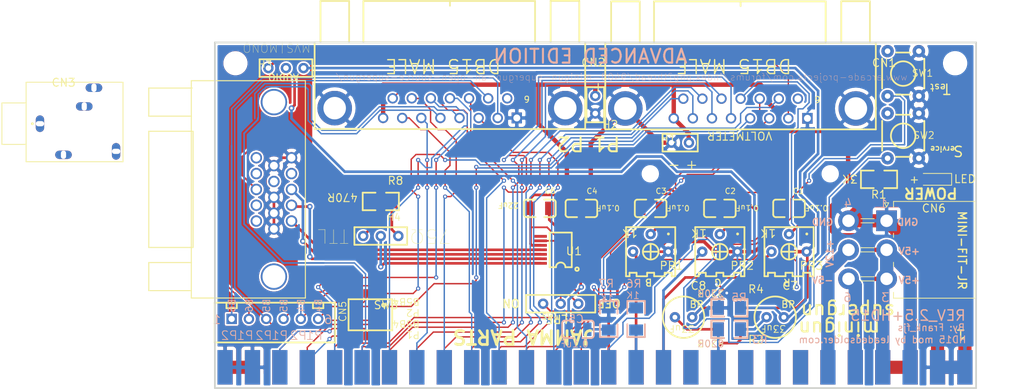
<source format=kicad_pcb>
(kicad_pcb (version 20171130) (host pcbnew "(5.1.8-0-10_14)")
  (layers (0 F.Cu signal) (31 B.Cu signal) (34 B.Paste user) (35 F.Paste user) (36 B.SilkS user) (37 F.SilkS user) (38 B.Mask user) (39 F.Mask user) (44 Edge.Cuts user))
  (net 0 "")
  (net 1 +12V)
  (net 2 +5V)
  (net 3 -5V)
  (net 4 GND)
  (net 5 P1_B1)
  (net 6 P1_B2)
  (net 7 P1_B3)
  (net 8 P1_B4)
  (net 9 P1_B5)
  (net 10 P1_B6)
  (net 11 P1_COIN)
  (net 12 P1_DOWN)
  (net 13 P1_LEFT)
  (net 14 P1_RIGHT)
  (net 15 P1_START)
  (net 16 P1_UP)
  (net 17 P2_B1)
  (net 18 P2_B2)
  (net 19 P2_B3)
  (net 20 P2_B4)
  (net 21 P2_B5)
  (net 22 P2_B6)
  (net 23 P2_COIN)
  (net 24 P2_DOWN)
  (net 25 P2_LEFT)
  (net 26 P2_RIGHT)
  (net 27 P2_START)
  (net 28 P2_UP)
  (net 29 SP+_1)
  (net 30 SP+_2)
  (net 31 SP+_3)
  (net 32 SP+_4)
  (net 33 SW_SERVICE)
  (net 34 SW_TEST)
  (net 35 VIDEO_BLUE)
  (net 36 VIDEO_BLUE_1)
  (net 37 VIDEO_BLUE_2)
  (net 38 VIDEO_BLUE_3)
  (net 39 VIDEO_GREEN)
  (net 40 VIDEO_GREEN_1)
  (net 41 VIDEO_GREEN_2)
  (net 42 VIDEO_GREEN_3)
  (net 43 VIDEO_RED)
  (net 44 VIDEO_RED_1)
  (net 45 VIDEO_RED_2)
  (net 46 VIDEO_RED_3)
  (net 47 VIDEO_SYNC)
  (net 48 VIDEO_SYNC_1)
  (net 49 VIDEO_SYNC_3)
  (net 50 VIDEO_SYNC_4)
  (net 51 VIDEO_SYNC_1A)
  (net 52 SP-_4)
  (net 53 P2_B5_J)
  (net 54 P2_B4_J)
  (net 55 SP-_3)
  (net 56 SP-_2)
  (net 57 SP-_1)
  (net 58 VIDEO_SYNC_5)
  (net 59 LPF)
  (net 60 AUDIO)
  (net 61 LED)
  (net 62 P1_B5_J)
  (net 63 P1_B4_J)
  (module Connector_TE_AMP_HD15:FIXED-1-1734530-1 (layer F.Cu) (at -3.25 11.25 90)
    (fp_text reference REF** hide)
    (fp_text value CONN_1-1734530-1_TYCO hide)
    (pad 17 thru_hole circle (at -12.6238 11.811 90) (size 3.81 3.81) (drill 3.302) (layers *.Cu *.Mask))
    (pad 16 thru_hole circle (at 12.6238 11.811 90) (size 3.81 3.81) (drill 3.302) (layers *.Cu *.Mask))
    (pad 1 thru_hole circle (at -4.588256 14.351 90) (size 1.651 1.651) (drill 1.143) (layers *.Cu *.Mask) (net 46 VIDEO_RED_3))
    (pad 2 thru_hole circle (at -2.298192 14.351 90) (size 1.651 1.651) (drill 1.143) (layers *.Cu *.Mask) (net 38 VIDEO_BLUE_3))
    (pad 3 thru_hole circle (at -0.008128 14.351 90) (size 1.651 1.651) (drill 1.143) (layers *.Cu *.Mask) (net 42 VIDEO_GREEN_3))
    (pad 4 thru_hole circle (at 2.281936 14.351 90) (size 1.651 1.651) (drill 1.143) (layers *.Cu *.Mask))
    (pad 5 thru_hole circle (at 4.572 14.351 90) (size 1.651 1.651) (drill 1.143) (layers *.Cu *.Mask) (net 4 GND))
    (pad 6 thru_hole circle (at -5.730999 11.811 90) (size 1.651 1.651) (drill 1.143) (layers *.Cu *.Mask) (net 4 GND))
    (pad 7 thru_hole circle (at -3.440999 11.811 90) (size 1.651 1.651) (drill 1.143) (layers *.Cu *.Mask) (net 4 GND))
    (pad 8 thru_hole circle (at -1.151001 11.811 90) (size 1.651 1.651) (drill 1.143) (layers *.Cu *.Mask) (net 4 GND))
    (pad 9 thru_hole circle (at 1.139 11.811 90) (size 1.651 1.651) (drill 1.143) (layers *.Cu *.Mask))
    (pad 10 thru_hole circle (at 3.429 11.811 90) (size 1.651 1.651) (drill 1.143) (layers *.Cu *.Mask) (net 4 GND))
    (pad 11 thru_hole circle (at -4.587999 9.271 90) (size 1.651 1.651) (drill 1.143) (layers *.Cu *.Mask))
    (pad 12 thru_hole circle (at -2.297999 9.271 90) (size 1.651 1.651) (drill 1.143) (layers *.Cu *.Mask))
    (pad 13 thru_hole circle (at -0.008001 9.271 90) (size 1.651 1.651) (drill 1.143) (layers *.Cu *.Mask) (net 58 VIDEO_SYNC_5))
    (pad 14 thru_hole circle (at 2.282 9.271 90) (size 1.651 1.651) (drill 1.143) (layers *.Cu *.Mask))
    (pad 15 thru_hole circle (at 4.572 9.271 90) (size 1.651 1.651) (drill 1.143) (layers *.Cu *.Mask))
  )
  (module "easyeda:JAMMA PINS 3.96MM PITCH 2.2MM X 5MM" (layer F.Cu) (at 108.42 37)
    (fp_text reference J1B hide)
    (fp_text value "JAMMA PINS 3.96MM PITCH 2.2MM X 5MM" hide)
    (pad 1 smd rect (at 0 0) (size 2.2 5) (layers B.Cu B.Paste B.Mask) (net 4 GND))
    (pad 2 smd rect (at -3.96 0) (size 2.2 5) (layers B.Cu B.Paste B.Mask) (net 4 GND))
    (pad 3 smd rect (at -7.92 0) (size 2.2 5) (layers B.Cu B.Paste B.Mask) (net 2 +5V))
    (pad 4 smd rect (at -11.88 0) (size 2.2 5) (layers B.Cu B.Paste B.Mask) (net 2 +5V))
    (pad 5 smd rect (at -15.84 0) (size 2.2 5) (layers B.Cu B.Paste B.Mask) (net 3 -5V))
    (pad 6 smd rect (at -19.8 0) (size 2.2 5) (layers B.Cu B.Paste B.Mask) (net 1 +12V))
    (pad 7 smd rect (at -23.76 0) (size 2.2 5) (layers B.Cu B.Paste B.Mask))
    (pad 8 smd rect (at -27.72 0) (size 2.2 5) (layers B.Cu B.Paste B.Mask))
    (pad 9 smd rect (at -31.68 0) (size 2.2 5) (layers B.Cu B.Paste B.Mask))
    (pad 10 smd rect (at -35.64 0) (size 2.2 5) (layers B.Cu B.Paste B.Mask) (net 57 SP-_1))
    (pad 11 smd rect (at -39.6 0) (size 2.2 5) (layers B.Cu B.Paste B.Mask))
    (pad 12 smd rect (at -43.56 0) (size 2.2 5) (layers B.Cu B.Paste B.Mask) (net 39 VIDEO_GREEN))
    (pad 13 smd rect (at -47.52 0) (size 2.2 5) (layers B.Cu B.Paste B.Mask) (net 47 VIDEO_SYNC))
    (pad 14 smd rect (at -51.48 0) (size 2.2 5) (layers B.Cu B.Paste B.Mask) (net 33 SW_SERVICE))
    (pad 15 smd rect (at -55.44 0) (size 2.2 5) (layers B.Cu B.Paste B.Mask))
    (pad 16 smd rect (at -59.4 0) (size 2.2 5) (layers B.Cu B.Paste B.Mask) (net 23 P2_COIN))
    (pad 17 smd rect (at -63.36 0) (size 2.2 5) (layers B.Cu B.Paste B.Mask) (net 27 P2_START))
    (pad 18 smd rect (at -67.32 0) (size 2.2 5) (layers B.Cu B.Paste B.Mask) (net 28 P2_UP))
    (pad 19 smd rect (at -71.28 0) (size 2.2 5) (layers B.Cu B.Paste B.Mask) (net 24 P2_DOWN))
    (pad 20 smd rect (at -75.24 0) (size 2.2 5) (layers B.Cu B.Paste B.Mask) (net 25 P2_LEFT))
    (pad 21 smd rect (at -79.2 0) (size 2.2 5) (layers B.Cu B.Paste B.Mask) (net 26 P2_RIGHT))
    (pad 22 smd rect (at -83.16 0) (size 2.2 5) (layers B.Cu B.Paste B.Mask) (net 17 P2_B1))
    (pad 23 smd rect (at -87.12 0) (size 2.2 5) (layers B.Cu B.Paste B.Mask) (net 18 P2_B2))
    (pad 24 smd rect (at -91.08 0) (size 2.2 5) (layers B.Cu B.Paste B.Mask) (net 19 P2_B3))
    (pad 25 smd rect (at -95.04 0) (size 2.2 5) (layers B.Cu B.Paste B.Mask) (net 54 P2_B4_J))
    (pad 26 smd rect (at -99 0) (size 2.2 5) (layers B.Cu B.Paste B.Mask) (net 53 P2_B5_J))
    (pad 27 smd rect (at -102.96 0) (size 2.2 5) (layers B.Cu B.Paste B.Mask) (net 4 GND))
    (pad 28 smd rect (at -106.92 0) (size 2.2 5) (layers B.Cu B.Paste B.Mask) (net 4 GND))
  )
  (module easyeda:CAP_1206 (layer F.Cu) (at 52.5 31.5 180)
    (fp_text reference C5 (at -0.93 1.5) (layer B.SilkS) (effects (font (size 1.15 1.15)) (justify left mirror)))
    (fp_text value "CAPACITOR 1206" hide)
    (pad 1 smd rect (at 1.35 0 180) (size 1.2 1.95) (layers B.Cu B.Paste B.Mask) (net 51 VIDEO_SYNC_1A))
    (pad 2 smd rect (at -1.35 0 180) (size 1.2 1.95) (layers B.Cu B.Paste B.Mask) (net 48 VIDEO_SYNC_1))
  )
  (module easyeda:1206 (layer F.Cu) (at 60.9 30 90)
    (fp_text reference R6 (at 5.1 0.878) (layer B.SilkS) (effects (font (size 1.15 1.15)) (justify left mirror)))
    (fp_text value "RESISTOR 1206" hide)
    (pad 1 smd rect (at 1.6 0 90) (size 1.6 2) (layers B.Cu B.Paste B.Mask) (net 48 VIDEO_SYNC_1))
    (pad 2 smd rect (at -1.6 0 90) (size 1.6 2) (layers B.Cu B.Paste B.Mask) (net 47 VIDEO_SYNC))
  )
  (module easyeda:1206 (layer F.Cu) (at 56.94 30 90)
    (fp_text reference R7 (at 5.1 0.86) (layer B.SilkS) (effects (font (size 1.15 1.15)) (justify left mirror)))
    (fp_text value "RESISTOR 1206" hide)
    (pad 1 smd rect (at 1.6 0 90) (size 1.6 2) (layers B.Cu B.Paste B.Mask) (net 4 GND))
    (pad 2 smd rect (at -1.6 0 90) (size 1.6 2) (layers B.Cu B.Paste B.Mask) (net 48 VIDEO_SYNC_1))
  )
  (module easyeda:1206 (layer F.Cu) (at 74.38 28.4)
    (fp_text reference R5 (at 2.62 -1.5) (layer B.SilkS) (effects (font (size 1.15 1.15)) (justify left mirror)))
    (fp_text value "RESISTOR 1206" hide)
    (pad 1 smd rect (at 1.6 0) (size 1.6 2) (layers B.Cu B.Paste B.Mask) (net 55 SP-_3))
    (pad 2 smd rect (at -1.6 0) (size 1.6 2) (layers B.Cu B.Paste B.Mask) (net 4 GND))
  )
  (module easyeda:1206 (layer F.Cu) (at 74.38 31.5)
    (fp_text reference R3 (at 5.62 1.5) (layer B.SilkS) (effects (font (size 1.15 1.15)) (justify left mirror)))
    (fp_text value "RESISTOR 1206" hide)
    (pad 1 smd rect (at 1.6 0) (size 1.6 2) (layers B.Cu B.Paste B.Mask) (net 56 SP-_2))
    (pad 2 smd rect (at -1.6 0) (size 1.6 2) (layers B.Cu B.Paste B.Mask) (net 57 SP-_1))
  )
  (module easyeda:LED_1206 (layer F.Cu) (at 104 9.8 180)
    (fp_text reference LED (at -2.75 0.05 180) (layer F.SilkS) (effects (font (size 1.15 1.15)) (justify left)))
    (fp_text value "LED 1206" hide)
    (pad 2 smd rect (at 1.65 0) (size 1.5 1.5) (layers F.Cu F.Paste F.Mask) (net 61 LED))
    (pad 1 smd rect (at -1.65 0) (size 1.5 1.5) (layers F.Cu F.Paste F.Mask) (net 4 GND))
  )
  (module "easyeda:CAPACITOR - TH - 2.5MM PITCH - 6MM ROUND - BP" (layer F.Cu) (at 81 29.75)
    (fp_text reference C7 (at 0.93 -4.55 180) (layer F.SilkS) (effects (font (size 1.15 1.15)) (justify left)))
    (fp_text value BP (at 0.786 -1.85 180) (layer F.SilkS) (effects (justify left)))
    (pad 1 thru_hole circle (at -1.25 0) (size 1.5 1.5) (drill 0.7) (layers *.Cu *.Paste *.Mask) (net 56 SP-_2))
    (pad 2 thru_hole circle (at 1.25 0) (size 1.5 1.5) (drill 0.7) (layers *.Cu *.Paste *.Mask) (net 55 SP-_3))
  )
  (module easyeda:1206 (layer F.Cu) (at 96 9.8)
    (fp_text reference R1 (at -1.25 2.2 180) (layer F.SilkS) (effects (font (size 1.15 1.15)) (justify left)))
    (fp_text value "RESISTOR 1206" hide)
    (pad 1 smd rect (at -1.6 0) (size 1.6 2) (layers F.Cu F.Paste F.Mask) (net 2 +5V))
    (pad 2 smd rect (at 1.6 0) (size 1.6 2) (layers F.Cu F.Paste F.Mask) (net 61 LED))
  )
  (module easyeda:1206 (layer F.Cu) (at 74.38 31.5)
    (fp_text reference R2 (at 2.62 1.5 180) (layer F.SilkS) (effects (font (size 1.15 1.15)) (justify left)))
    (fp_text value "RESISTOR 1206" hide)
    (pad 1 smd rect (at -1.6 0) (size 1.6 2) (layers F.Cu F.Paste F.Mask) (net 30 SP+_2))
    (pad 2 smd rect (at 1.6 0) (size 1.6 2) (layers F.Cu F.Paste F.Mask) (net 29 SP+_1))
  )
  (module easyeda:RES-ADJ_3362P (layer F.Cu) (at 83 19 90)
    (fp_text reference PR3 (at -3.3 1.443 180) (layer F.SilkS) (effects (font (size 1.15 1.15)) (justify left)))
    (fp_text value 3362P-1-102LF hide)
    (pad 3 thru_hole circle (at -1.27 2.54) (size 1.5 1.5) (drill 0.7) (layers *.Cu *.Paste *.Mask) (net 4 GND))
    (pad 2 thru_hole circle (at 1.27 0) (size 1.5 1.5) (drill 0.7) (layers *.Cu *.Paste *.Mask) (net 44 VIDEO_RED_1))
    (pad 1 thru_hole circle (at -1.27 -2.54) (size 1.5 1.5) (drill 0.7) (layers *.Cu *.Paste *.Mask) (net 43 VIDEO_RED))
  )
  (module easyeda:RES-ADJ_3362P (layer F.Cu) (at 73 19 90)
    (fp_text reference PR2 (at -3.3 1.443 180) (layer F.SilkS) (effects (font (size 1.15 1.15)) (justify left)))
    (fp_text value 3362P-1-102LF)
    (pad 3 thru_hole circle (at -1.27 2.54) (size 1.5 1.5) (drill 0.7) (layers *.Cu *.Paste *.Mask) (net 4 GND))
    (pad 2 thru_hole circle (at 1.27 0) (size 1.5 1.5) (drill 0.7) (layers *.Cu *.Paste *.Mask) (net 40 VIDEO_GREEN_1))
    (pad 1 thru_hole circle (at -1.27 -2.54) (size 1.5 1.5) (drill 0.7) (layers *.Cu *.Paste *.Mask) (net 39 VIDEO_GREEN))
  )
  (module easyeda:RES-ADJ_3362P (layer F.Cu) (at 63 19 90)
    (fp_text reference PR1 (at -3.3 1.207 180) (layer F.SilkS) (effects (font (size 1.15 1.15)) (justify left)))
    (fp_text value 3362P-1-102LF hide)
    (pad 3 thru_hole circle (at -1.27 2.54) (size 1.5 1.5) (drill 0.7) (layers *.Cu *.Paste *.Mask) (net 4 GND))
    (pad 2 thru_hole circle (at 1.27 0) (size 1.5 1.5) (drill 0.7) (layers *.Cu *.Paste *.Mask) (net 36 VIDEO_BLUE_1))
    (pad 1 thru_hole circle (at -1.27 -2.54) (size 1.5 1.5) (drill 0.7) (layers *.Cu *.Paste *.Mask) (net 35 VIDEO_BLUE))
  )
  (module easyeda:TSSOP-14 (layer F.Cu) (at 50 20 180)
    (fp_text reference U1 (at -0.669 -0.195 180) (layer F.SilkS) (effects (font (size 1.15 1.15)) (justify left)))
    (fp_text value THS7374)
    (pad 1 smd rect (at -2.895 -1.95 180) (size 1.803 0.406) (layers F.Cu F.Paste F.Mask) (net 51 VIDEO_SYNC_1A))
    (pad 2 smd rect (at -2.895 -1.3 180) (size 1.803 0.406) (layers F.Cu F.Paste F.Mask) (net 37 VIDEO_BLUE_2))
    (pad 3 smd rect (at -2.895 -0.65 180) (size 1.803 0.406) (layers F.Cu F.Paste F.Mask) (net 41 VIDEO_GREEN_2))
    (pad 4 smd rect (at -2.895 0 180) (size 1.803 0.406) (layers F.Cu F.Paste F.Mask) (net 45 VIDEO_RED_2))
    (pad 5 smd rect (at -2.895 0.65 180) (size 1.803 0.406) (layers F.Cu F.Paste F.Mask) (net 4 GND))
    (pad 6 smd rect (at -2.895 1.3 180) (size 1.803 0.406) (layers F.Cu F.Paste F.Mask) (net 4 GND))
    (pad 7 smd rect (at -2.895 1.95 180) (size 1.803 0.406) (layers F.Cu F.Paste F.Mask))
    (pad 8 smd rect (at 2.896 1.95 180) (size 1.803 0.406) (layers F.Cu F.Paste F.Mask))
    (pad 9 smd rect (at 2.896 1.3 180) (size 1.803 0.406) (layers F.Cu F.Paste F.Mask) (net 59 LPF))
    (pad 10 smd rect (at 2.896 0.65 180) (size 1.803 0.406) (layers F.Cu F.Paste F.Mask) (net 2 +5V))
    (pad 11 smd rect (at 2.896 0 180) (size 1.803 0.406) (layers F.Cu F.Paste F.Mask) (net 46 VIDEO_RED_3))
    (pad 12 smd rect (at 2.896 -0.65 180) (size 1.803 0.406) (layers F.Cu F.Paste F.Mask) (net 42 VIDEO_GREEN_3))
    (pad 13 smd rect (at 2.896 -1.3 180) (size 1.803 0.406) (layers F.Cu F.Paste F.Mask) (net 38 VIDEO_BLUE_3))
    (pad 14 smd rect (at 2.896 -1.95 180) (size 1.803 0.406) (layers F.Cu F.Paste F.Mask) (net 49 VIDEO_SYNC_3))
  )
  (module "easyeda:CAPACITOR - TH - 2.5MM PITCH - 6MM ROUND - BP" (layer F.Cu) (at 67.76 29.75)
    (fp_text reference C8 (at 0.93 -4.548 180) (layer F.SilkS) (effects (font (size 1.15 1.15)) (justify left)))
    (fp_text value BP (at 0.786 -1.85 180) (layer F.SilkS) (effects (justify left)))
    (pad 1 thru_hole circle (at -1.25 0) (size 1.5 1.5) (drill 0.7) (layers *.Cu *.Paste *.Mask) (net 30 SP+_2))
    (pad 2 thru_hole circle (at 1.25 0) (size 1.5 1.5) (drill 0.7) (layers *.Cu *.Paste *.Mask) (net 31 SP+_3))
  )
  (module easyeda:TACTILE-PTH (layer F.Cu) (at 99.5 -5.5 270)
    (fp_text reference SW1 (at -0.068 -1.187 180) (layer F.SilkS) (effects (font (thickness 0.12)) (justify left)))
    (fp_text value MJTP1230)
    (pad 1 thru_hole circle (at -3.251 -2.261 270) (size 1.8 1.8) (drill 0.8) (layers *.Cu *.Paste *.Mask) (net 4 GND))
    (pad 2 thru_hole circle (at 3.251 -2.261 270) (size 1.8 1.8) (drill 0.8) (layers *.Cu *.Paste *.Mask) (net 4 GND))
    (pad 3 thru_hole circle (at -3.251 2.26 270) (size 1.8 1.8) (drill 0.8) (layers *.Cu *.Paste *.Mask))
    (pad 4 thru_hole circle (at 3.251 2.26 270) (size 1.8 1.8) (drill 0.8) (layers *.Cu *.Paste *.Mask) (net 34 SW_TEST))
  )
  (module easyeda:TACTILE-PTH (layer F.Cu) (at 99.5 3.5 270)
    (fp_text reference SW2 (at -0.068 -1.391 180) (layer F.SilkS) (effects (font (thickness 0.12)) (justify left)))
    (fp_text value MJTP1230 hide)
    (pad 1 thru_hole circle (at -3.251 -2.261 270) (size 1.8 1.8) (drill 0.8) (layers *.Cu *.Paste *.Mask) (net 4 GND))
    (pad 2 thru_hole circle (at 3.251 -2.261 270) (size 1.8 1.8) (drill 0.8) (layers *.Cu *.Paste *.Mask) (net 4 GND))
    (pad 3 thru_hole circle (at -3.251 2.26 270) (size 1.8 1.8) (drill 0.8) (layers *.Cu *.Paste *.Mask))
    (pad 4 thru_hole circle (at 3.251 2.26 270) (size 1.8 1.8) (drill 0.8) (layers *.Cu *.Paste *.Mask) (net 33 SW_SERVICE))
  )
  (module easyeda:DB15-G-DC (layer F.Cu) (at 76 -0.45 90)
    (fp_text reference CN1 (at 6.6 18.9 180) (layer F.SilkS) (effects (font (size 1.15 1.15)) (justify left)))
    (fp_text value 9 (at 1.251 10.599 180) (layer F.SilkS) (effects (font (size 0.889 0.889) (thickness 0.127)) (justify left)))
    (pad 6 thru_hole circle (at -1.42 -4.14 180) (size 1.5 1.5) (drill 1) (layers *.Cu *.Paste *.Mask) (net 14 P1_RIGHT))
    (pad 8 thru_hole circle (at -1.42 -9.66 180) (size 1.5 1.5) (drill 1) (layers *.Cu *.Paste *.Mask) (net 2 +5V))
    (pad 7 thru_hole circle (at -1.42 -6.9 180) (size 1.5 1.5) (drill 1) (layers *.Cu *.Paste *.Mask) (net 12 P1_DOWN))
    (pad 5 thru_hole circle (at -1.42 -1.38 180) (size 1.5 1.5) (drill 1) (layers *.Cu *.Paste *.Mask) (net 6 P1_B2))
    (pad 4 thru_hole circle (at -1.42 1.38 180) (size 1.5 1.5) (drill 1) (layers *.Cu *.Paste *.Mask) (net 8 P1_B4))
    (pad 14 thru_hole circle (at 1.42 -5.52 180) (size 1.5 1.5) (drill 1) (layers *.Cu *.Paste *.Mask) (net 13 P1_LEFT))
    (pad 13 thru_hole circle (at 1.42 -2.76 180) (size 1.5 1.5) (drill 1) (layers *.Cu *.Paste *.Mask) (net 5 P1_B1))
    (pad 12 thru_hole circle (at 1.42 0 180) (size 1.5 1.5) (drill 1) (layers *.Cu *.Paste *.Mask) (net 7 P1_B3))
    (pad 11 thru_hole circle (at 1.42 2.76 180) (size 1.5 1.5) (drill 1) (layers *.Cu *.Paste *.Mask) (net 15 P1_START))
    (pad 3 thru_hole circle (at -1.42 4.14 180) (size 1.5 1.5) (drill 1) (layers *.Cu *.Paste *.Mask) (net 11 P1_COIN))
    (pad 2 thru_hole circle (at -1.42 6.9 180) (size 1.5 1.5) (drill 1) (layers *.Cu *.Paste *.Mask) (net 10 P1_B6))
    (pad 1 thru_hole rect (at -1.42 9.66 180) (size 1.5 1.575) (drill 1) (layers *.Cu *.Paste *.Mask) (net 4 GND))
    (pad 9 thru_hole circle (at 1.42 8.28 180) (size 1.5 1.5) (drill 1) (layers *.Cu *.Paste *.Mask))
    (pad 10 thru_hole circle (at 1.42 5.52 180) (size 1.5 1.5) (drill 1) (layers *.Cu *.Paste *.Mask) (net 9 P1_B5))
    (pad 15 thru_hole circle (at 1.42 -8.28 180) (size 1.5 1.5) (drill 1) (layers *.Cu *.Paste *.Mask) (net 16 P1_UP))
    (pad 0 thru_hole circle (at 0 16.66 180) (size 5 5) (drill 3.25) (layers *.Cu *.Paste *.Mask) (net 4 GND))
    (pad 0 thru_hole circle (at 0 -16.66 180) (size 5 5) (drill 3.25) (layers *.Cu *.Paste *.Mask) (net 4 GND))
  )
  (module easyeda:DB15-G-DC (layer F.Cu) (at 34 -0.5 90)
    (fp_text reference CN2 (at 6.6 18.9 180) (layer F.SilkS) (effects (font (size 1.15 1.15)) (justify left)))
    (fp_text value 9 (at 1.251 10.599 180) (layer F.SilkS) (effects (font (size 0.889 0.889) (thickness 0.127)) (justify left)))
    (pad 6 thru_hole circle (at -1.42 -4.14 180) (size 1.5 1.5) (drill 1) (layers *.Cu *.Paste *.Mask) (net 26 P2_RIGHT))
    (pad 8 thru_hole circle (at -1.42 -9.66 180) (size 1.5 1.5) (drill 1) (layers *.Cu *.Paste *.Mask) (net 2 +5V))
    (pad 7 thru_hole circle (at -1.42 -6.9 180) (size 1.5 1.5) (drill 1) (layers *.Cu *.Paste *.Mask) (net 24 P2_DOWN))
    (pad 5 thru_hole circle (at -1.42 -1.38 180) (size 1.5 1.5) (drill 1) (layers *.Cu *.Paste *.Mask) (net 18 P2_B2))
    (pad 4 thru_hole circle (at -1.42 1.38 180) (size 1.5 1.5) (drill 1) (layers *.Cu *.Paste *.Mask) (net 20 P2_B4))
    (pad 14 thru_hole circle (at 1.42 -5.52 180) (size 1.5 1.5) (drill 1) (layers *.Cu *.Paste *.Mask) (net 25 P2_LEFT))
    (pad 13 thru_hole circle (at 1.42 -2.76 180) (size 1.5 1.5) (drill 1) (layers *.Cu *.Paste *.Mask) (net 17 P2_B1))
    (pad 12 thru_hole circle (at 1.42 0 180) (size 1.5 1.5) (drill 1) (layers *.Cu *.Paste *.Mask) (net 19 P2_B3))
    (pad 11 thru_hole circle (at 1.42 2.76 180) (size 1.5 1.5) (drill 1) (layers *.Cu *.Paste *.Mask) (net 27 P2_START))
    (pad 3 thru_hole circle (at -1.42 4.14 180) (size 1.5 1.5) (drill 1) (layers *.Cu *.Paste *.Mask) (net 23 P2_COIN))
    (pad 2 thru_hole circle (at -1.42 6.9 180) (size 1.5 1.5) (drill 1) (layers *.Cu *.Paste *.Mask) (net 22 P2_B6))
    (pad 1 thru_hole rect (at -1.42 9.66 180) (size 1.5 1.575) (drill 1) (layers *.Cu *.Paste *.Mask) (net 4 GND))
    (pad 9 thru_hole circle (at 1.42 8.28 180) (size 1.5 1.5) (drill 1) (layers *.Cu *.Paste *.Mask))
    (pad 10 thru_hole circle (at 1.42 5.52 180) (size 1.5 1.5) (drill 1) (layers *.Cu *.Paste *.Mask) (net 21 P2_B5))
    (pad 15 thru_hole circle (at 1.42 -8.28 180) (size 1.5 1.5) (drill 1) (layers *.Cu *.Paste *.Mask) (net 28 P2_UP))
    (pad 0 thru_hole circle (at 0 16.66 180) (size 5 5) (drill 3.25) (layers *.Cu *.Paste *.Mask) (net 4 GND))
    (pad 0 thru_hole circle (at 0 -16.66 180) (size 5 5) (drill 3.25) (layers *.Cu *.Paste *.Mask) (net 4 GND))
  )
  (module "easyeda:JAMMA PINS 3.96MM PITCH 2.2MM X 5MM" (layer F.Cu) (at 1.5 37)
    (fp_text reference J1A hide)
    (fp_text value "JAMMA PINS 3.96MM PITCH 2.2MM X 5MM" hide)
    (pad 1 smd rect (at 0 0) (size 2.2 5) (layers F.Cu F.Paste F.Mask) (net 4 GND))
    (pad 2 smd rect (at 3.96 0) (size 2.2 5) (layers F.Cu F.Paste F.Mask) (net 4 GND))
    (pad 3 smd rect (at 7.92 0) (size 2.2 5) (layers F.Cu F.Paste F.Mask) (net 62 P1_B5_J))
    (pad 4 smd rect (at 11.88 0) (size 2.2 5) (layers F.Cu F.Paste F.Mask) (net 63 P1_B4_J))
    (pad 5 smd rect (at 15.84 0) (size 2.2 5) (layers F.Cu F.Paste F.Mask) (net 7 P1_B3))
    (pad 6 smd rect (at 19.8 0) (size 2.2 5) (layers F.Cu F.Paste F.Mask) (net 6 P1_B2))
    (pad 7 smd rect (at 23.76 0) (size 2.2 5) (layers F.Cu F.Paste F.Mask) (net 5 P1_B1))
    (pad 8 smd rect (at 27.72 0) (size 2.2 5) (layers F.Cu F.Paste F.Mask) (net 14 P1_RIGHT))
    (pad 9 smd rect (at 31.68 0) (size 2.2 5) (layers F.Cu F.Paste F.Mask) (net 13 P1_LEFT))
    (pad 10 smd rect (at 35.64 0) (size 2.2 5) (layers F.Cu F.Paste F.Mask) (net 12 P1_DOWN))
    (pad 11 smd rect (at 39.6 0) (size 2.2 5) (layers F.Cu F.Paste F.Mask) (net 16 P1_UP))
    (pad 12 smd rect (at 43.56 0) (size 2.2 5) (layers F.Cu F.Paste F.Mask) (net 15 P1_START))
    (pad 13 smd rect (at 47.52 0) (size 2.2 5) (layers F.Cu F.Paste F.Mask) (net 11 P1_COIN))
    (pad 14 smd rect (at 51.48 0) (size 2.2 5) (layers F.Cu F.Paste F.Mask) (net 34 SW_TEST))
    (pad 15 smd rect (at 55.44 0) (size 2.2 5) (layers F.Cu F.Paste F.Mask) (net 4 GND))
    (pad 16 smd rect (at 59.4 0) (size 2.2 5) (layers F.Cu F.Paste F.Mask) (net 35 VIDEO_BLUE))
    (pad 17 smd rect (at 63.36 0) (size 2.2 5) (layers F.Cu F.Paste F.Mask) (net 43 VIDEO_RED))
    (pad 18 smd rect (at 67.32 0) (size 2.2 5) (layers F.Cu F.Paste F.Mask))
    (pad 19 smd rect (at 71.28 0) (size 2.2 5) (layers F.Cu F.Paste F.Mask) (net 29 SP+_1))
    (pad 20 smd rect (at 75.24 0) (size 2.2 5) (layers F.Cu F.Paste F.Mask))
    (pad 21 smd rect (at 79.2 0) (size 2.2 5) (layers F.Cu F.Paste F.Mask))
    (pad 22 smd rect (at 83.16 0) (size 2.2 5) (layers F.Cu F.Paste F.Mask))
    (pad 23 smd rect (at 87.12 0) (size 2.2 5) (layers F.Cu F.Paste F.Mask) (net 1 +12V))
    (pad 24 smd rect (at 91.08 0) (size 2.2 5) (layers F.Cu F.Paste F.Mask) (net 3 -5V))
    (pad 25 smd rect (at 95.04 0) (size 2.2 5) (layers F.Cu F.Paste F.Mask) (net 2 +5V))
    (pad 26 smd rect (at 99 0) (size 2.2 5) (layers F.Cu F.Paste F.Mask) (net 2 +5V))
    (pad 27 smd rect (at 102.96 0) (size 2.2 5) (layers F.Cu F.Paste F.Mask) (net 4 GND))
    (pad 28 smd rect (at 106.92 0) (size 2.2 5) (layers F.Cu F.Paste F.Mask) (net 4 GND))
  )
  (module easyeda:1206 (layer F.Cu) (at 74.38 28.4)
    (fp_text reference R4 (at 2.62 -2.7 180) (layer F.SilkS) (effects (font (size 1.15 1.15)) (justify left)))
    (fp_text value "RESISTOR 1206" hide)
    (pad 1 smd rect (at -1.6 0) (size 1.6 2) (layers F.Cu F.Paste F.Mask) (net 31 SP+_3))
    (pad 2 smd rect (at 1.6 0) (size 1.6 2) (layers F.Cu F.Paste F.Mask) (net 4 GND))
  )
  (module "easyeda:JST_XH_6P - B6B-XH-A" (layer F.Cu) (at 8.7 30)
    (fp_text reference CN5 (at 9.8 0.5 270) (layer F.SilkS) (effects (font (thickness 0.12)) (justify left)))
    (fp_text value "B6B-XH-A(LF)(SN)")
    (pad 1 thru_hole rect (at -6.25 0) (size 1.5 1.5) (drill 0.9) (layers *.Cu *.Paste *.Mask) (net 22 P2_B6))
    (pad 2 thru_hole circle (at -3.75 0) (size 1.5 1.5) (drill 0.9) (layers *.Cu *.Paste *.Mask) (net 10 P1_B6))
    (pad 3 thru_hole circle (at -1.25 0) (size 1.5 1.5) (drill 0.9) (layers *.Cu *.Paste *.Mask) (net 21 P2_B5))
    (pad 4 thru_hole circle (at 1.25 0) (size 1.5 1.5) (drill 0.9) (layers *.Cu *.Paste *.Mask) (net 9 P1_B5))
    (pad 5 thru_hole circle (at 3.75 0) (size 1.5 1.5) (drill 0.9) (layers *.Cu *.Paste *.Mask) (net 20 P2_B4))
    (pad 6 thru_hole circle (at 6.25 0) (size 1.5 1.5) (drill 0.9) (layers *.Cu *.Paste *.Mask) (net 8 P1_B4))
  )
  (module easyeda:MOLEX_MINIFIT-JR-5569-06A2_2X03X4.20MM_ANGLED (layer F.Cu) (at 98 20 270)
    (fp_text reference CN6 (at -6 -4.1 180) (layer F.SilkS) (effects (font (size 1.15 1.15)) (justify left)))
    (fp_text value 353180620)
    (pad 1 thru_hole rect (at -4.2 0.9 270) (size 3 3) (drill oval 1.8 1.805) (layers *.Cu *.Paste *.Mask) (net 4 GND))
    (pad 2 thru_hole circle (at 0 0.9 270) (size 3 3) (drill oval 1.8 1.805) (layers *.Cu *.Paste *.Mask) (net 2 +5V))
    (pad 3 thru_hole circle (at 4.2 0.9 270) (size 3 3) (drill oval 1.8 1.805) (layers *.Cu *.Paste *.Mask) (net 2 +5V))
    (pad 4 thru_hole circle (at -4.2 6.4 270) (size 3 3) (drill oval 1.8 1.805) (layers *.Cu *.Paste *.Mask) (net 4 GND))
    (pad 5 thru_hole circle (at 0 6.4 270) (size 3 3) (drill oval 1.8 1.805) (layers *.Cu *.Paste *.Mask) (net 1 +12V))
    (pad 6 thru_hole circle (at 4.2 6.4 270) (size 3 3) (drill oval 1.8 1.805) (layers *.Cu *.Paste *.Mask) (net 3 -5V))
  )
  (module "easyeda:VOLTMETER - SEED STUDIO" (layer F.Cu) (at 75.95 9)
    (fp_text reference VOLTMETER hide)
    (fp_text value "VOLTMETER - SEED STUDIO" hide)
    (pad "" np_thru_hole circle (at -13 0) (size 2 2) (drill 2) (layers *.Cu *.Mask))
    (pad "" np_thru_hole circle (at 13 0) (size 2 2) (drill 2) (layers *.Cu *.Mask))
  )
  (module "easyeda:3 PIN HEADER" (layer F.Cu) (at 10.3 -6.3)
    (fp_text reference H3 (at -4.1 -0.532 180) (layer F.SilkS) (effects (font (thickness 0.12)) (justify left)))
    (fp_text value "HEADER - 3 PIN" hide)
    (pad 1 thru_hole circle (at -2.54 0) (size 1.5 1.5) (drill 0.8) (layers *.Cu *.Paste *.Mask) (net 31 SP+_3))
    (pad 2 thru_hole circle (at 0 0) (size 1.5 1.5) (drill 0.8) (layers *.Cu *.Paste *.Mask) (net 60 AUDIO))
    (pad 3 thru_hole circle (at 2.54 0) (size 1.5 1.5) (drill 0.8) (layers *.Cu *.Paste *.Mask) (net 55 SP-_3))
  )
  (module easyeda:CAP_1206 (layer F.Cu) (at 47 14)
    (fp_text reference C6 (at 0.63 -2.5 180) (layer F.SilkS) (effects (font (size 0.8 0.8) (thickness 0.12)) (justify left)))
    (fp_text value "CAPACITOR 1206" hide)
    (pad 1 smd rect (at -1.35 0) (size 1.2 1.95) (layers F.Cu F.Paste F.Mask) (net 2 +5V))
    (pad 2 smd rect (at 1.35 0) (size 1.2 1.95) (layers F.Cu F.Paste F.Mask) (net 4 GND))
  )
  (module easyeda:CAP_1206 (layer F.Cu) (at 63 14)
    (fp_text reference C3 (at 0.648 -2.5 180) (layer F.SilkS) (effects (font (size 0.8 0.8) (thickness 0.12)) (justify left)))
    (fp_text value "CAPACITOR 1206" hide)
    (pad 1 smd rect (at -1.35 0) (size 1.2 1.95) (layers F.Cu F.Paste F.Mask) (net 37 VIDEO_BLUE_2))
    (pad 2 smd rect (at 1.35 0) (size 1.2 1.95) (layers F.Cu F.Paste F.Mask) (net 36 VIDEO_BLUE_1))
  )
  (module easyeda:CAP_1206 (layer F.Cu) (at 73 14)
    (fp_text reference C2 (at 0.647 -2.5 180) (layer F.SilkS) (effects (font (size 0.8 0.8) (thickness 0.12)) (justify left)))
    (fp_text value "CAPACITOR 1206" hide)
    (pad 1 smd rect (at -1.35 0) (size 1.2 1.95) (layers F.Cu F.Paste F.Mask) (net 41 VIDEO_GREEN_2))
    (pad 2 smd rect (at 1.35 0) (size 1.2 1.95) (layers F.Cu F.Paste F.Mask) (net 40 VIDEO_GREEN_1))
  )
  (module easyeda:CAP_1206 (layer F.Cu) (at 83 14)
    (fp_text reference C1 (at 0.484 -2.5 180) (layer F.SilkS) (effects (font (size 0.8 0.8) (thickness 0.12)) (justify left)))
    (fp_text value "CAPACITOR 1206" hide)
    (pad 1 smd rect (at -1.35 0) (size 1.2 1.95) (layers F.Cu F.Paste F.Mask) (net 45 VIDEO_RED_2))
    (pad 2 smd rect (at 1.35 0) (size 1.2 1.95) (layers F.Cu F.Paste F.Mask) (net 44 VIDEO_RED_1))
  )
  (module easyeda:CL-SA-12C-02 (layer F.Cu) (at 50 27.8)
    (fp_text reference SW4 (at -2.8 1.9 180) (layer F.SilkS) (effects (font (size 0.8 0.8) (thickness 0.12)) (justify left)))
    (fp_text value CL-SA-12C-02 hide)
    (pad 3 thru_hole circle (at -2.54 0) (size 1.5 1.5) (drill 0.8) (layers *.Cu *.Paste *.Mask) (net 4 GND))
    (pad 2 thru_hole circle (at 0 0) (size 1.5 1.5) (drill 0.8) (layers *.Cu *.Paste *.Mask) (net 59 LPF))
    (pad 1 thru_hole circle (at 2.54 0) (size 1.5 1.5) (drill 0.8) (layers *.Cu *.Paste *.Mask) (net 2 +5V))
  )
  (module easyeda:SWITCHCRAFT_35RAPC4BH3 (layer F.Cu) (at -20.25 1.5)
    (fp_text reference CN3 (at -3.4 -5.7 180) (layer F.SilkS) (effects (font (size 1.15 1.15)) (justify left)))
    (fp_text value 35RAPC4BH3)
    (pad 1 thru_hole oval (at -5 0.25 90) (size 2.4 1.2) (drill oval 0.75 1.75) (layers *.Cu *.Paste *.Mask) (net 4 GND))
    (pad 2 thru_hole oval (at 2.8 -4.95 180) (size 2.4 1.2) (drill oval 0.75 1.75) (layers *.Cu *.Paste *.Mask) (net 31 SP+_3))
    (pad 3 thru_hole oval (at 1.4 -2.25 180) (size 2.4 1.2) (drill oval 0.75 1.75) (layers *.Cu *.Paste *.Mask) (net 52 SP-_4))
    (pad 4 thru_hole oval (at 6 4.25 270) (size 2.4 1.2) (drill oval 0.75 1.75) (layers *.Cu *.Paste *.Mask) (net 32 SP+_4))
    (pad 5 thru_hole oval (at -1.6 4.75) (size 2.4 1.2) (drill oval 0.75 1.75) (layers *.Cu *.Paste *.Mask) (net 60 AUDIO))
  )
  (module easyeda:A6H-4101 (layer F.Cu) (at 22.5 29.4 180)
    (fp_text reference SW3 (at -0.4 1.4 180) (layer F.SilkS) (effects (font (size 1.15 1.15)) (justify left)))
    (fp_text value A6H-4101)
    (pad 8 smd rect (at 1.905 -3.075 180) (size 0.76 1.25) (layers F.Cu F.Paste F.Mask) (net 54 P2_B4_J))
    (pad 6 smd rect (at 0.635 -3.075 180) (size 0.76 1.25) (layers F.Cu F.Paste F.Mask) (net 53 P2_B5_J))
    (pad 4 smd rect (at -0.635 -3.075 180) (size 0.76 1.25) (layers F.Cu F.Paste F.Mask) (net 63 P1_B4_J))
    (pad 2 smd rect (at -1.905 -3.075 180) (size 0.76 1.25) (layers F.Cu F.Paste F.Mask) (net 62 P1_B5_J))
    (pad 7 smd rect (at 1.905 3.075 180) (size 0.76 1.25) (layers F.Cu F.Paste F.Mask) (net 20 P2_B4))
    (pad 5 smd rect (at 0.635 3.075 180) (size 0.76 1.25) (layers F.Cu F.Paste F.Mask) (net 21 P2_B5))
    (pad 3 smd rect (at -0.635 3.075 180) (size 0.76 1.25) (layers F.Cu F.Paste F.Mask) (net 8 P1_B4))
    (pad 1 smd rect (at -1.905 3.075 180) (size 0.76 1.25) (layers F.Cu F.Paste F.Mask) (net 9 P1_B5))
  )
  (module "easyeda:HEADER - 2 PIN" (layer F.Cu) (at 67.27 4.5)
    (fp_text reference H1 (at -2.97 -0.612 180) (layer F.SilkS) (effects (font (size 1.15 1.15)) (justify left)))
    (fp_text value "HEADER - 2 PIN" hide)
    (pad 1 thru_hole circle (at -1.27 0) (size 1.5 1.5) (drill 0.8) (layers *.Cu *.Paste *.Mask) (net 4 GND))
    (pad 2 thru_hole circle (at 1.27 0) (size 1.5 1.5) (drill 0.8) (layers *.Cu *.Paste *.Mask) (net 2 +5V))
  )
  (module "easyeda:HEADER - 2 PIN" (layer F.Cu) (at 55 -1 90)
    (fp_text reference H2 (at -2.9 0.905 180) (layer F.SilkS) (effects (font (size 1.15 1.15)) (justify left)))
    (fp_text value "HEADER - 2 PIN" hide)
    (pad 1 thru_hole circle (at -1.27 0 90) (size 1.5 1.5) (drill 0.8) (layers *.Cu *.Paste *.Mask) (net 4 GND))
    (pad 2 thru_hole circle (at 1.27 0 90) (size 1.5 1.5) (drill 0.8) (layers *.Cu *.Paste *.Mask) (net 2 +5V))
  )
  (module easyeda:CAP_1206 (layer F.Cu) (at 53 14)
    (fp_text reference C4 (at 0.667 -2.5 180) (layer F.SilkS) (effects (font (size 0.8 0.8) (thickness 0.12)) (justify left)))
    (fp_text value "CAPACITOR 1206" hide)
    (pad 2 smd rect (at 1.35 0) (size 1.2 1.95) (layers F.Cu F.Paste F.Mask) (net 4 GND))
    (pad 1 smd rect (at -1.35 0) (size 1.2 1.95) (layers F.Cu F.Paste F.Mask) (net 2 +5V))
  )
  (module "easyeda:3 PIN HEADER" (layer F.Cu) (at 24 18)
    (fp_text reference H4 (at 0.809 -2.7 180) (layer F.SilkS) (effects (font (thickness 0.12)) (justify left)))
    (fp_text value SYNC)
    (pad 3 thru_hole circle (at 2.54 0) (size 1.5 1.5) (drill 0.8) (layers *.Cu *.Paste *.Mask) (net 50 VIDEO_SYNC_4))
    (pad 1 thru_hole circle (at -2.54 0) (size 1.5 1.5) (drill 0.8) (layers *.Cu *.Paste *.Mask) (net 58 VIDEO_SYNC_5))
    (pad 2 thru_hole circle (at 0 0) (size 1.5 1.5) (drill 0.8) (layers *.Cu *.Paste *.Mask) (net 49 VIDEO_SYNC_3))
  )
  (module easyeda:1206 (layer F.Cu) (at 24 13)
    (fp_text reference R8 (at 0.909 -3 180) (layer F.SilkS) (effects (font (size 1.15 1.15)) (justify left)))
    (fp_text value "RESISTOR 1206" hide)
    (pad 2 smd rect (at 1.6 0) (size 1.6 2) (layers F.Cu F.Paste F.Mask) (net 50 VIDEO_SYNC_4))
    (pad 1 smd rect (at -1.6 0) (size 1.6 2) (layers F.Cu F.Paste F.Mask) (net 58 VIDEO_SYNC_5))
  )
  (module AutoGenerated:MountingHole_3.00mm (layer F.Cu) (at 3 -7)
    (fp_text reference "" (at 0 0) (layer F.SilkS) (effects (font (size 1.27 1.27))))
    (fp_text value "" (at 0 0) (layer F.SilkS) (effects (font (size 1.27 1.27))))
    (pad "" np_thru_hole circle (at 0 0) (size 3 3) (drill 3) (layers *.Cu *.Mask))
  )
  (module AutoGenerated:MountingHole_3.00mm (layer F.Cu) (at 107 -7)
    (fp_text reference "" (at 0 0) (layer F.SilkS) (effects (font (size 1.27 1.27))))
    (fp_text value "" (at 0 0) (layer F.SilkS) (effects (font (size 1.27 1.27))))
    (pad "" np_thru_hole circle (at 0 0) (size 3 3) (drill 3) (layers *.Cu *.Mask))
  )
  (gr_text "HD15 mod by leadedsolder.com" (at 96.5 33) (layer B.SilkS) (effects (font (size 1 1)) (justify mirror)))
  (gr_line (start 0.03 -10.001) (end 0.03 39.999) (layer Edge.Cuts) (width 0.254))
  (gr_line (start 0.03 39.999) (end 110.03 39.999) (layer Edge.Cuts) (width 0.254))
  (gr_line (start 110.03 39.999) (end 110.03 -10.001) (layer Edge.Cuts) (width 0.254))
  (gr_line (start 110.03 -10.001) (end 0.03 -10.001) (layer Edge.Cuts) (width 0.254))
  (gr_text REV_2.5+HD15 (at 108.654 29.5) (layer B.SilkS) (effects (font (size 1.5 1.5) (thickness 0.2)) (justify left mirror)))
  (gr_text 0.1uF (at 54.123 33.6) (layer B.SilkS) (effects (font (size 1 1) (thickness 0.12)) (justify left mirror)))
  (gr_text "ADVANCED EDITION" (at 68.492 -8) (layer B.SilkS) (effects (font (size 2 2) (thickness 0.3)) (justify left mirror)))
  (gr_text B6 (at 2.5 27 90) (layer B.SilkS) (effects (font (size 1 1) (thickness 0.125)) (justify left mirror)))
  (gr_text B5 (at 7.5 27 90) (layer B.SilkS) (effects (font (size 1 1) (thickness 0.125)) (justify left mirror)))
  (gr_text B4 (at 12.5 27 90) (layer B.SilkS) (effects (font (size 1 1) (thickness 0.125)) (justify left mirror)))
  (gr_text B6 (at 5 27 90) (layer B.SilkS) (effects (font (size 1 1) (thickness 0.125)) (justify left mirror)))
  (gr_text B5 (at 10 27 90) (layer B.SilkS) (effects (font (size 1 1) (thickness 0.125)) (justify left mirror)))
  (gr_text B4 (at 15 27 90) (layer B.SilkS) (effects (font (size 1 1) (thickness 0.125)) (justify left mirror)))
  (gr_text P2 (at 13.4 32.4) (layer B.SilkS) (effects (font (size 1.25 1.25) (thickness 0.125)) (justify left mirror)))
  (gr_text P2 (at 8.4 32.4) (layer B.SilkS) (effects (font (size 1.25 1.25) (thickness 0.125)) (justify left mirror)))
  (gr_text P2 (at 3.4 32.4) (layer B.SilkS) (effects (font (size 1.25 1.25) (thickness 0.125)) (justify left mirror)))
  (gr_text P1 (at 5.7 32.4) (layer B.SilkS) (effects (font (size 1.25 1.25) (thickness 0.125)) (justify left mirror)))
  (gr_text P1 (at 10.7 32.4) (layer B.SilkS) (effects (font (size 1.25 1.25) (thickness 0.125)) (justify left mirror)))
  (gr_text P1 (at 15.7 32.4) (layer B.SilkS) (effects (font (size 1.25 1.25) (thickness 0.125)) (justify left mirror)))
  (gr_text 1K (at 57.7 27) (layer B.SilkS) (effects (font (size 1 1) (thickness 0.12)) (justify left mirror)))
  (gr_text 1K (at 61.482 26.6) (layer B.SilkS) (effects (font (size 1 1) (thickness 0.12)) (justify left mirror)))
  (gr_text 220R (at 73.7 26.4) (layer B.SilkS) (effects (font (size 1 1) (thickness 0.12)) (justify left mirror)))
  (gr_text 820R (at 73.7 33.6) (layer B.SilkS) (effects (font (size 1 1) (thickness 0.12)) (justify left mirror)))
  (gr_text GND (at 101.8 16) (layer B.SilkS) (effects (font (size 1 1) (thickness 0.2)) (justify left mirror)))
  (gr_text GND (at 89.5 16) (layer B.SilkS) (effects (font (size 1 1) (thickness 0.2)) (justify left mirror)))
  (gr_text -5V (at 89.5 24.4) (layer B.SilkS) (effects (font (size 1 1) (thickness 0.2)) (justify left mirror)))
  (gr_text +12V (at 88.9 18.4 90) (layer B.SilkS) (effects (font (size 1 1) (thickness 0.2)) (justify left mirror)))
  (gr_text +5V (at 102.027 24.4) (layer B.SilkS) (effects (font (size 1 1) (thickness 0.2)) (justify left mirror)))
  (gr_text +5V (at 102.027 20.2) (layer B.SilkS) (effects (font (size 1 1) (thickness 0.2)) (justify left mirror)))
  (gr_text 1 (at 1 30.1) (layer B.SilkS) (effects (font (size 1.25 1.25)) (justify left mirror)))
  (gr_text 6 (at 17.1 30.1) (layer B.SilkS) (effects (font (size 1.25 1.25)) (justify left mirror)))
  (gr_text 4 (at 92.2 13.3) (layer B.SilkS) (effects (font (size 1.25 1.25)) (justify left mirror)))
  (gr_text 3 (at 97.6 26.9) (layer B.SilkS) (effects (font (size 1.25 1.25)) (justify left mirror)))
  (gr_text 6 (at 92.143 26.9) (layer B.SilkS) (effects (font (size 1.25 1.25)) (justify left mirror)))
  (gr_text 1 (at 97.344 13.3) (layer B.SilkS) (effects (font (size 1.25 1.25)) (justify left mirror)))
  (gr_text www.arcade-projects.com/forums/index.php?thread/9408-minigun-supergun-an-open-source-supergun/ (at 100.155 -5) (layer B.SilkS) (effects (font (size 1 1) (thickness 0.045)) (justify left mirror)))
  (gr_text "By: Frank_fjs" (at 108.5 31.25) (layer B.SilkS) (effects (font (size 1 1)) (justify left mirror)))
  (gr_text OFF (at 58.8 27.719 180) (layer F.SilkS) (effects (font (size 1.2 1.2) (thickness 0.2)) (justify left)))
  (gr_text ON (at 44.2 27.719 180) (layer F.SilkS) (effects (font (size 1.2 1.2) (thickness 0.2)) (justify left)))
  (gr_text LPF (at 51.2 30 180) (layer F.SilkS) (effects (font (size 1.2 1.2) (thickness 0.2)) (justify left)))
  (gr_text POWER (at 107.5 11.8 180) (layer F.SilkS) (effects (font (size 1.5 1.5) (thickness 0.3)) (justify left)))
  (gr_text + (at 100.3 9.8) (layer F.SilkS) (effects (font (size 1.15 1.15)) (justify left)))
  (gr_text 3K (at 93 9.721 180) (layer F.SilkS) (effects (font (size 1.15 1.15)) (justify left)))
  (gr_text 22uF (at 44 13.575 180) (layer F.SilkS) (effects (font (size 0.8 0.8)) (justify left)))
  (gr_text T (at 106.5 -3.3 180) (layer F.SilkS) (effects (font (size 1.5 1.5) (thickness 0.2)) (justify left)))
  (gr_text S (at 108.3 5.7 180) (layer F.SilkS) (effects (font (size 1.5 1.5) (thickness 0.2)) (justify left)))
  (gr_text "DB15 MALE" (at 41.518 -6.599 180) (layer F.SilkS) (effects (font (size 2 2) (thickness 0.2)) (justify left)))
  (gr_text "DB15 MALE" (at 83.52 -6.6 180) (layer F.SilkS) (effects (font (size 2 2) (thickness 0.2)) (justify left)))
  (gr_text 1 (at 108.65 32.3 180) (layer F.SilkS) (effects (font (size 1.5 1.5) (thickness 0.2)) (justify left)))
  (gr_text P2 (at 53.55 4.65 180) (layer F.SilkS) (effects (font (size 2 2) (thickness 0.3)) (justify left)))
  (gr_text P1 (at 58.768 4.65 180) (layer F.SilkS) (effects (font (size 2 2) (thickness 0.3)) (justify left)))
  (gr_text 820R (at 73.7 33.5 180) (layer F.SilkS) (effects (font (size 1 1) (thickness 0.12)) (justify left)))
  (gr_text 33uF (at 69.392 31.4 180) (layer F.SilkS) (effects (font (size 1 1) (thickness 0.12)) (justify left)))
  (gr_text 0.1uF (at 58.6 13.945 180) (layer F.SilkS) (effects (font (size 0.8 0.8) (thickness 0.12)) (justify left)))
  (gr_text 1K (at 81.2 17.6 180) (layer F.SilkS) (effects (font (size 1.15 1.15)) (justify left)))
  (gr_text 1K (at 71.2 17.601 180) (layer F.SilkS) (effects (font (size 1.15 1.15)) (justify left)))
  (gr_text 1K (at 61.2 17.599 180) (layer F.SilkS) (effects (font (size 1.15 1.15)) (justify left)))
  (gr_text 0.1uF (at 78.7 13.945 180) (layer F.SilkS) (effects (font (size 0.8 0.8) (thickness 0.12)) (justify left)))
  (gr_text 0.1uF (at 68.7 13.945 180) (layer F.SilkS) (effects (font (size 0.8 0.8) (thickness 0.12)) (justify left)))
  (gr_text 0.1uF (at 88.7 13.945 180) (layer F.SilkS) (effects (font (size 0.8 0.8) (thickness 0.12)) (justify left)))
  (gr_text est (at 105.745 -3.505 180) (layer F.SilkS) (effects (font (size 1 1)) (justify left)))
  (gr_text ervice (at 107.046 5.415 180) (layer F.SilkS) (effects (font (size 0.8 0.8)) (justify left)))
  (gr_text 220R (at 73.7 26.25 180) (layer F.SilkS) (effects (font (size 1 1) (thickness 0.12)) (justify left)))
  (gr_text 33uF (at 82.632 31.4 180) (layer F.SilkS) (effects (font (size 1 1) (thickness 0.12)) (justify left)))
  (gr_text B (at 63.318 24.7 180) (layer F.SilkS) (effects (font (size 1 1) (thickness 0.175)) (justify left)))
  (gr_text G (at 73.341 24.701 180) (layer F.SilkS) (effects (font (size 1 1) (thickness 0.175)) (justify left)))
  (gr_text R (at 83.318 24.701 180) (layer F.SilkS) (effects (font (size 1 1) (thickness 0.175)) (justify left)))
  (gr_text "JAMMA PARTS" (at 54.9 32.6 180) (layer F.SilkS) (effects (font (size 2 2) (thickness 0.4)) (justify left)))
  (gr_text MINI-FIT-JR (at 108 14.25 -90) (layer F.SilkS) (effects (font (size 1.2 1.2) (thickness 0.2)) (justify left)))
  (gr_text minigun (at 96.354 31.4 180) (layer F.SilkS) (effects (font (size 2 2) (thickness 0.3)) (justify left)))
  (gr_text supergun (at 98.5 28.9 180) (layer F.SilkS) (effects (font (size 2 2) (thickness 0.3)) (justify left)))
  (gr_text VOLTMETER (at 80.676 3.5 180) (layer F.SilkS) (effects (font (size 1.15 1.15)) (justify left)))
  (gr_text + (at 67.9 7.651) (layer F.SilkS) (effects (font (size 1.5 1.5)) (justify left)))
  (gr_text - (at 65.351 7.651) (layer F.SilkS) (effects (font (size 1.5 1.5)) (justify left)))
  (gr_text MVS|MONO (at 13.896 -9.2 180) (layer F.SilkS) (effects (font (size 1.2 1.2) (thickness 0.045)) (justify left)))
  (gr_text AUDIO (at 12.264 -5 180) (layer F.SilkS) (effects (font (size 1 1)) (justify left)))
  (gr_text B5B4 (at 29.7 30.7 180) (layer F.SilkS) (effects (font (size 1 1) (thickness 0.12)) (justify left)))
  (gr_text P1 (at 29.7 32.3 180) (layer F.SilkS) (effects (font (size 1 1) (thickness 0.12)) (justify left)))
  (gr_text P2 (at 29.7 29.1 180) (layer F.SilkS) (effects (font (size 1 1) (thickness 0.12)) (justify left)))
  (gr_text B5B4 (at 29.7 27.5 180) (layer F.SilkS) (effects (font (size 1 1) (thickness 0.12)) (justify left)))
  (gr_text + (at 54.4 -3.6) (layer F.SilkS) (effects (font (size 1.5 1.5)) (justify left)))
  (gr_text 470R (at 20.8 12.389 180) (layer F.SilkS) (effects (font (size 1.15 1.15)) (justify left)))
  (gr_text TTL (at 19.5 18 180) (layer F.SilkS) (effects (font (size 2 2) (thickness 0.06)) (justify left)))
  (gr_text 75Ω (at 34.25 18 180) (layer F.SilkS) (effects (font (size 2 2) (thickness 0.06)) (justify left)))
  (segment (start 9.8 -1.8) (end 9.8 -1.95) (width 0.381) (layer B.Cu) (net 0))
  (segment (start 88.62 37) (end 88.62 22.98) (width 1.905) (layer B.Cu) (net 1))
  (segment (start 88.62 22.98) (end 91.6 20) (width 1.905) (layer B.Cu) (net 1))
  (segment (start 88.62 37) (end 88.62 22.98) (width 1.905) (layer F.Cu) (net 1))
  (segment (start 88.62 22.98) (end 91.6 20) (width 1.905) (layer F.Cu) (net 1))
  (segment (start 96.54 37) (end 96.54 24.76) (width 1.905) (layer B.Cu) (net 2))
  (segment (start 96.54 24.76) (end 97.1 24.2) (width 1.905) (layer B.Cu) (net 2))
  (segment (start 100.5 37) (end 100.5 23.4) (width 1.905) (layer B.Cu) (net 2))
  (segment (start 100.5 23.4) (end 97.1 20) (width 1.905) (layer B.Cu) (net 2))
  (segment (start 97.1 24.2) (end 97.1 20.09) (width 1.905) (layer B.Cu) (net 2))
  (segment (start 97.1 20.09) (end 97.201 19.99) (width 1.905) (layer B.Cu) (net 2))
  (segment (start 51.651 12.05) (end 46.149 12.05) (width 0.381) (layer F.Cu) (net 2))
  (segment (start 46.149 12.05) (end 45.649 12.55) (width 0.381) (layer F.Cu) (net 2))
  (segment (start 45.649 12.55) (end 45.649 14) (width 0.381) (layer F.Cu) (net 2))
  (segment (start 46.799 -3.899) (end 46.799 1.801) (width 0.635) (layer F.Cu) (net 2))
  (segment (start 46.799 1.801) (end 50.899 5.9) (width 0.635) (layer F.Cu) (net 2))
  (segment (start 50.899 5.9) (end 50.899 11.3) (width 0.635) (layer F.Cu) (net 2))
  (segment (start 50.899 11.3) (end 51.651 12.05) (width 0.635) (layer F.Cu) (net 2))
  (segment (start 51.651 12.05) (end 51.651 14) (width 0.635) (layer F.Cu) (net 2))
  (segment (start 52.54 27.8) (end 50.599 25.86) (width 0.254) (layer F.Cu) (net 2))
  (segment (start 50.599 25.86) (end 50.599 19.299) (width 0.254) (layer F.Cu) (net 2))
  (segment (start 50.599 19.299) (end 48.044 16.744) (width 0.254) (layer F.Cu) (net 2))
  (segment (start 48.044 16.744) (end 45.651 16.744) (width 0.254) (layer F.Cu) (net 2))
  (segment (start 45.651 14) (end 45.651 19.149) (width 0.381) (layer F.Cu) (net 2))
  (segment (start 45.651 19.149) (end 45.85 19.35) (width 0.381) (layer F.Cu) (net 2))
  (segment (start 45.85 19.35) (end 47.104 19.35) (width 0.381) (layer F.Cu) (net 2))
  (segment (start 55 -2.27) (end 55 -3.899) (width 0.635) (layer F.Cu) (net 2))
  (segment (start 97.102 24.201) (end 95.202 24.201) (width 0.635) (layer F.Cu) (net 2))
  (segment (start 95.202 24.201) (end 94.501 23.5) (width 0.635) (layer F.Cu) (net 2))
  (segment (start 94.501 23.5) (end 94.501 18.801) (width 0.635) (layer F.Cu) (net 2))
  (segment (start 94.501 18.801) (end 93.599 17.899) (width 0.635) (layer F.Cu) (net 2))
  (segment (start 93.599 17.899) (end 89.799 17.899) (width 0.635) (layer F.Cu) (net 2))
  (segment (start 89.799 17.899) (end 88.999 17.099) (width 0.635) (layer F.Cu) (net 2))
  (segment (start 88.999 17.099) (end 88.999 13.8) (width 0.635) (layer F.Cu) (net 2))
  (segment (start 88.999 13.8) (end 91.54 11.259) (width 0.635) (layer F.Cu) (net 2))
  (segment (start 91.54 11.259) (end 91.54 4.5) (width 0.635) (layer F.Cu) (net 2))
  (segment (start 97.1 20) (end 97.099 20.001) (width 0.635) (layer F.Cu) (net 2))
  (segment (start 97.099 20.001) (end 94.501 20.001) (width 0.635) (layer F.Cu) (net 2))
  (segment (start 94.4 9.8) (end 94.394 9.806) (width 0.635) (layer F.Cu) (net 2))
  (segment (start 94.394 9.806) (end 91.54 9.806) (width 0.635) (layer F.Cu) (net 2))
  (segment (start 24.341 -3.899) (end 78.9 -3.899) (width 0.635) (layer F.Cu) (net 2))
  (segment (start 78.9 -3.899) (end 80.15 -2.649) (width 0.635) (layer F.Cu) (net 2))
  (segment (start 80.15 -2.649) (end 80.15 -1.151) (width 0.635) (layer F.Cu) (net 2))
  (segment (start 80.15 -1.151) (end 81.501 0.201) (width 0.635) (layer F.Cu) (net 2))
  (segment (start 81.501 0.201) (end 81.501 1.9) (width 0.635) (layer F.Cu) (net 2))
  (segment (start 81.501 1.9) (end 82.4 2.799) (width 0.635) (layer F.Cu) (net 2))
  (segment (start 82.4 2.799) (end 89.84 2.799) (width 0.635) (layer F.Cu) (net 2))
  (segment (start 89.84 2.799) (end 91.539 4.501) (width 0.635) (layer F.Cu) (net 2))
  (segment (start 66.34 0.97) (end 68.5 3.13) (width 0.635) (layer F.Cu) (net 2))
  (segment (start 68.5 3.13) (end 68.5 4.5) (width 0.635) (layer F.Cu) (net 2))
  (segment (start 66.34 0.97) (end 66.34 -3.899) (width 0.635) (layer F.Cu) (net 2))
  (segment (start 24.34 0.92) (end 24.34 -3.899) (width 0.635) (layer F.Cu) (net 2))
  (segment (start 97.1 24.2) (end 97.1 20.101) (width 1.905) (layer F.Cu) (net 2))
  (segment (start 97.1 20.101) (end 97.201 20) (width 1.905) (layer F.Cu) (net 2))
  (segment (start 96.54 37) (end 96.54 24.76) (width 1.905) (layer F.Cu) (net 2))
  (segment (start 96.54 24.76) (end 97.1 24.2) (width 1.905) (layer F.Cu) (net 2))
  (segment (start 100.5 37) (end 100.5 23.4) (width 1.905) (layer F.Cu) (net 2))
  (segment (start 100.5 23.4) (end 97.1 20) (width 1.905) (layer F.Cu) (net 2))
  (segment (start 96.54 37) (end 100.5 37) (width 1.905) (layer F.Cu) (net 2))
  (segment (start 66.34 -3.899) (end 66.34 -3.899) (width 0.635) (layer F.Cu) (net 2))
  (segment (start 92.58 37) (end 92.58 25.18) (width 1.905) (layer B.Cu) (net 3))
  (segment (start 92.58 25.18) (end 91.6 24.2) (width 1.905) (layer B.Cu) (net 3))
  (segment (start 92.58 37) (end 92.58 25.18) (width 1.905) (layer F.Cu) (net 3))
  (segment (start 92.58 25.18) (end 91.6 24.2) (width 1.905) (layer F.Cu) (net 3))
  (segment (start 104.46 37) (end 108.42 37) (width 1.905) (layer B.Cu) (net 4))
  (segment (start 54.35 14) (end 54.35 4.54) (width 0.635) (layer F.Cu) (net 4))
  (segment (start 54.35 4.54) (end 59.34 -0.45) (width 0.635) (layer F.Cu) (net 4))
  (segment (start 47.46 27.8) (end 48.56 28.9) (width 0.254) (layer F.Cu) (net 4))
  (segment (start 48.56 28.9) (end 53 28.9) (width 0.254) (layer F.Cu) (net 4))
  (segment (start 53 28.9) (end 53.701 28.199) (width 0.254) (layer F.Cu) (net 4))
  (segment (start 53.701 28.199) (end 53.701 27.399) (width 0.254) (layer F.Cu) (net 4))
  (segment (start 53.701 27.399) (end 51.199 24.9) (width 0.254) (layer F.Cu) (net 4))
  (segment (start 51.199 24.9) (end 51.199 19.35) (width 0.254) (layer F.Cu) (net 4))
  (segment (start 51.199 19.35) (end 52.896 19.35) (width 0.254) (layer F.Cu) (net 4))
  (segment (start 48.349 14) (end 48.349 15.649) (width 0.381) (layer F.Cu) (net 4))
  (segment (start 48.349 15.649) (end 49.299 16.599) (width 0.381) (layer F.Cu) (net 4))
  (segment (start 49.299 16.599) (end 54.351 16.599) (width 0.381) (layer F.Cu) (net 4))
  (segment (start 66 4.5) (end 64.29 4.5) (width 0.635) (layer F.Cu) (net 4))
  (segment (start 64.29 4.5) (end 59.34 -0.45) (width 0.635) (layer F.Cu) (net 4))
  (segment (start 52.896 18.7) (end 52.896 19.35) (width 0.254) (layer F.Cu) (net 4))
  (segment (start 54.351 14) (end 54.351 18.451) (width 0.381) (layer F.Cu) (net 4))
  (segment (start 54.351 18.451) (end 54.099 18.699) (width 0.381) (layer F.Cu) (net 4))
  (segment (start 54.099 18.699) (end 52.896 18.699) (width 0.381) (layer F.Cu) (net 4))
  (segment (start 105.65 9.8) (end 105.65 19.051) (width 0.635) (layer F.Cu) (net 4))
  (segment (start 105.65 19.051) (end 108.42 21.821) (width 0.635) (layer F.Cu) (net 4))
  (segment (start 91.6 15.8) (end 97.201 15.8) (width 1.905) (layer F.Cu) (net 4))
  (segment (start 104.46 37) (end 104.46 23.16) (width 1.905) (layer F.Cu) (net 4))
  (segment (start 104.46 23.16) (end 97.1 15.8) (width 1.905) (layer F.Cu) (net 4))
  (segment (start 85.64 20.27) (end 85.64 26.859) (width 0.381) (layer F.Cu) (net 4))
  (segment (start 85.64 26.859) (end 84.099 28.4) (width 0.381) (layer F.Cu) (net 4))
  (segment (start 84.099 28.4) (end 75.979 28.4) (width 0.381) (layer F.Cu) (net 4))
  (segment (start 108.42 37) (end 108.42 21.821) (width 1.905) (layer F.Cu) (net 4))
  (segment (start 108.42 21.821) (end 99.499 12.901) (width 1.905) (layer F.Cu) (net 4))
  (segment (start 99.499 12.901) (end 94.5 12.901) (width 1.905) (layer F.Cu) (net 4))
  (segment (start 94.5 12.901) (end 91.6 15.8) (width 1.905) (layer F.Cu) (net 4))
  (segment (start 1.5 37) (end 5.46 37) (width 1.905) (layer F.Cu) (net 4))
  (segment (start 104.46 37) (end 108.42 37) (width 1.905) (layer F.Cu) (net 4))
  (segment (start 85.64 20.27) (end 83.47 20.27) (width 0.508) (layer F.Cu) (net 4))
  (segment (start 83.47 20.27) (end 81.801 18.6) (width 0.508) (layer F.Cu) (net 4))
  (segment (start 81.801 18.6) (end 79.7 18.6) (width 0.508) (layer F.Cu) (net 4))
  (segment (start 79.7 18.6) (end 78.031 20.269) (width 0.508) (layer F.Cu) (net 4))
  (segment (start 78.031 20.269) (end 75.54 20.269) (width 0.508) (layer F.Cu) (net 4))
  (segment (start 75.54 20.269) (end 72.169 20.269) (width 0.508) (layer F.Cu) (net 4))
  (segment (start 72.169 20.269) (end 70.701 18.801) (width 0.508) (layer F.Cu) (net 4))
  (segment (start 70.701 18.801) (end 67.01 18.801) (width 0.508) (layer F.Cu) (net 4))
  (segment (start 67.01 18.801) (end 65.54 20.269) (width 0.508) (layer F.Cu) (net 4))
  (segment (start 56.939 37) (end 56.939 28.76) (width 0.381) (layer F.Cu) (net 4))
  (segment (start 56.939 28.76) (end 58.199 27.501) (width 0.381) (layer F.Cu) (net 4))
  (segment (start 58.199 27.501) (end 58.199 20.15) (width 0.381) (layer F.Cu) (net 4))
  (segment (start 58.199 20.15) (end 59.726 18.626) (width 0.381) (layer F.Cu) (net 4))
  (segment (start 59.726 18.626) (end 61.026 18.626) (width 0.381) (layer F.Cu) (net 4))
  (segment (start 61.026 18.626) (end 62.669 20.269) (width 0.381) (layer F.Cu) (net 4))
  (segment (start 62.669 20.269) (end 65.54 20.269) (width 0.381) (layer F.Cu) (net 4))
  (segment (start 72.78 28.4) (end 72.78 28.22) (width 0.25) (layer B.Cu) (net 4))
  (via (at 72.5 25) (size 0.8) (drill 0.4) (layers F.Cu B.Cu) (net 4))
  (segment (start 75.54 21.96) (end 72.5 25) (width 0.25) (layer B.Cu) (net 4))
  (segment (start 75.54 20.27) (end 75.54 21.96) (width 0.25) (layer B.Cu) (net 4))
  (via (at 74 26.25) (size 0.8) (drill 0.4) (layers F.Cu B.Cu) (net 4))
  (segment (start 72.75 25) (end 74 26.25) (width 0.25) (layer F.Cu) (net 4))
  (segment (start 72.5 25) (end 72.75 25) (width 0.25) (layer F.Cu) (net 4))
  (segment (start 72.78 27.47) (end 72.78 28.4) (width 0.25) (layer B.Cu) (net 4))
  (segment (start 74 26.25) (end 72.78 27.47) (width 0.25) (layer B.Cu) (net 4))
  (segment (start 85.66 0.97) (end 85.66 0.09) (width 0.25) (layer B.Cu) (net 4))
  (segment (start 85.66 0.09) (end 86.5 -0.75) (width 0.25) (layer B.Cu) (net 4))
  (segment (start 86.5 -0.75) (end 86.5 -2.75) (width 0.25) (layer B.Cu) (net 4))
  (segment (start 86.5 -2.75) (end 83.5 -5.75) (width 0.25) (layer B.Cu) (net 4))
  (segment (start 83.5 -5.75) (end 46.5 -5.75) (width 0.25) (layer B.Cu) (net 4))
  (segment (start 43.66 -2.91) (end 43.66 0.92) (width 0.25) (layer B.Cu) (net 4))
  (segment (start 46.5 -5.75) (end 43.66 -2.91) (width 0.25) (layer B.Cu) (net 4))
  (segment (start 97.201 15.8) (end 97.201 15.8) (width 1.905) (layer F.Cu) (net 4))
  (segment (start 9.704 6.678) (end 8.561 7.821) (width 0.38) (layer F.Cu) (net 4))
  (segment (start 11.101 6.678) (end 9.704 6.678) (width 0.38) (layer F.Cu) (net 4))
  (segment (start 7.345499 9.036501) (end 7.345499 11.1855) (width 0.38) (layer F.Cu) (net 4))
  (segment (start 7.345499 11.1855) (end 8.561 12.401001) (width 0.38) (layer F.Cu) (net 4))
  (segment (start 8.561 7.821) (end 7.345499 9.036501) (width 0.38) (layer F.Cu) (net 4))
  (segment (start 8.561 12.401001) (end 8.561 16.980999) (width 0.38) (layer F.Cu) (net 4))
  (segment (start 43.101 7) (end 47.3 2.802) (width 0.203) (layer B.Cu) (net 5))
  (segment (start 47.3 2.802) (end 47.3 -4.501) (width 0.203) (layer B.Cu) (net 5))
  (segment (start 47.3 -4.501) (end 70.899 -4.501) (width 0.203) (layer B.Cu) (net 5))
  (segment (start 70.899 -4.501) (end 73.24 -2.16) (width 0.203) (layer B.Cu) (net 5))
  (segment (start 73.24 -2.16) (end 73.24 -1.87) (width 0.203) (layer B.Cu) (net 5))
  (segment (start 43.1 11) (end 43.1 30.5) (width 0.203) (layer B.Cu) (net 5))
  (segment (start 25.26 37) (end 25.26 34.539) (width 0.203) (layer F.Cu) (net 5))
  (segment (start 25.26 34.539) (end 28.6 31.199) (width 0.203) (layer F.Cu) (net 5))
  (segment (start 28.6 31.199) (end 42.4 31.199) (width 0.203) (layer F.Cu) (net 5))
  (segment (start 42.4 31.199) (end 43.101 30.5) (width 0.203) (layer F.Cu) (net 5))
  (segment (start 43.101 11.001) (end 43.95 10.15) (width 0.203) (layer F.Cu) (net 5))
  (segment (start 43.95 10.15) (end 43.95 7.851) (width 0.203) (layer F.Cu) (net 5))
  (segment (start 43.95 7.851) (end 43.101 7) (width 0.203) (layer F.Cu) (net 5))
  (via (at 43.1 30.5) (size 0.61) (drill 0.305) (layers F.Cu B.Cu) (net 5))
  (via (at 43.1 11) (size 0.61) (drill 0.305) (layers F.Cu B.Cu) (net 5))
  (via (at 43.1 7) (size 0.61) (drill 0.305) (layers F.Cu B.Cu) (net 5))
  (segment (start 43.1 30.5) (end 43.1 30.5) (width 0.203) (layer B.Cu) (net 5))
  (segment (start 74.62 0.97) (end 74.62 -3.681) (width 0.203) (layer B.Cu) (net 6))
  (segment (start 74.62 -3.681) (end 73.299 -5.001) (width 0.203) (layer B.Cu) (net 6))
  (segment (start 73.299 -5.001) (end 46.799 -5.001) (width 0.203) (layer B.Cu) (net 6))
  (segment (start 46.799 -5.001) (end 46.799 2.001) (width 0.203) (layer B.Cu) (net 6))
  (segment (start 46.799 2.001) (end 41.801 7) (width 0.203) (layer B.Cu) (net 6))
  (segment (start 41.8 30.5) (end 41.8 11) (width 0.203) (layer B.Cu) (net 6))
  (segment (start 41.801 30.5) (end 28.699 30.5) (width 0.203) (layer F.Cu) (net 6))
  (segment (start 28.699 30.5) (end 25.199 34) (width 0.203) (layer F.Cu) (net 6))
  (segment (start 25.199 34) (end 21.3 34) (width 0.203) (layer F.Cu) (net 6))
  (segment (start 21.3 34) (end 21.3 37) (width 0.203) (layer F.Cu) (net 6))
  (segment (start 41.801 11.001) (end 42.451 11.651) (width 0.203) (layer F.Cu) (net 6))
  (segment (start 42.451 11.651) (end 44.651 11.651) (width 0.203) (layer F.Cu) (net 6))
  (segment (start 44.651 11.651) (end 45.049 11.25) (width 0.203) (layer F.Cu) (net 6))
  (segment (start 45.049 11.25) (end 45.049 6.749) (width 0.203) (layer F.Cu) (net 6))
  (segment (start 45.049 6.749) (end 44.651 6.35) (width 0.203) (layer F.Cu) (net 6))
  (segment (start 44.651 6.35) (end 42.451 6.35) (width 0.203) (layer F.Cu) (net 6))
  (segment (start 42.451 6.35) (end 41.801 7) (width 0.203) (layer F.Cu) (net 6))
  (via (at 41.8 30.5) (size 0.61) (drill 0.305) (layers F.Cu B.Cu) (net 6))
  (via (at 41.8 7) (size 0.61) (drill 0.305) (layers F.Cu B.Cu) (net 6))
  (via (at 41.8 11) (size 0.61) (drill 0.305) (layers F.Cu B.Cu) (net 6))
  (segment (start 41.8 11) (end 41.8 11) (width 0.203) (layer B.Cu) (net 6))
  (segment (start 84.099 25.4) (end 84.099 16.858) (width 0.203) (layer B.Cu) (net 7))
  (segment (start 84.099 16.858) (end 83.363 16.121) (width 0.203) (layer B.Cu) (net 7))
  (segment (start 83.363 16.121) (end 83.363 3.238) (width 0.203) (layer B.Cu) (net 7))
  (segment (start 83.363 3.238) (end 84.3 2.301) (width 0.203) (layer B.Cu) (net 7))
  (segment (start 84.3 2.301) (end 84.3 -0.399) (width 0.203) (layer B.Cu) (net 7))
  (segment (start 84.3 -0.399) (end 85.001 -0.399) (width 0.203) (layer B.Cu) (net 7))
  (segment (start 85.001 -0.399) (end 85.9 -1.301) (width 0.203) (layer B.Cu) (net 7))
  (segment (start 85.9 -1.301) (end 85.9 -2.601) (width 0.203) (layer B.Cu) (net 7))
  (segment (start 85.9 -2.601) (end 84.201 -4.3) (width 0.203) (layer B.Cu) (net 7))
  (segment (start 84.201 -4.3) (end 78.43 -4.3) (width 0.203) (layer B.Cu) (net 7))
  (segment (start 78.43 -4.3) (end 76 -1.87) (width 0.203) (layer B.Cu) (net 7))
  (segment (start 54.801 25.4) (end 55.601 26.2) (width 0.203) (layer B.Cu) (net 7))
  (segment (start 55.601 26.2) (end 58.4 26.2) (width 0.203) (layer B.Cu) (net 7))
  (segment (start 58.4 26.2) (end 59.2 25.4) (width 0.203) (layer B.Cu) (net 7))
  (segment (start 59.926 19.174) (end 59.2 19.901) (width 0.203) (layer F.Cu) (net 7))
  (segment (start 59.2 19.901) (end 59.2 25.4) (width 0.203) (layer F.Cu) (net 7))
  (segment (start 84.099 25.4) (end 84.099 21.699) (width 0.203) (layer F.Cu) (net 7))
  (segment (start 84.099 21.699) (end 81.6 19.2) (width 0.203) (layer F.Cu) (net 7))
  (segment (start 81.6 19.2) (end 80 19.2) (width 0.203) (layer F.Cu) (net 7))
  (segment (start 80 19.2) (end 77.8 21.4) (width 0.203) (layer F.Cu) (net 7))
  (segment (start 77.8 21.4) (end 63.099 21.4) (width 0.203) (layer F.Cu) (net 7))
  (segment (start 63.099 21.4) (end 60.874 19.174) (width 0.203) (layer F.Cu) (net 7))
  (segment (start 60.874 19.174) (end 59.926 19.174) (width 0.203) (layer F.Cu) (net 7))
  (segment (start 17.341 37) (end 17.341 34.059) (width 0.203) (layer F.Cu) (net 7))
  (segment (start 17.341 34.059) (end 17.899 33.5) (width 0.203) (layer F.Cu) (net 7))
  (segment (start 17.899 33.5) (end 25.1 33.5) (width 0.203) (layer F.Cu) (net 7))
  (segment (start 25.1 33.5) (end 28.801 29.799) (width 0.203) (layer F.Cu) (net 7))
  (segment (start 28.801 29.799) (end 52.799 29.799) (width 0.203) (layer F.Cu) (net 7))
  (segment (start 52.799 29.799) (end 54.801 27.8) (width 0.203) (layer F.Cu) (net 7))
  (segment (start 54.801 27.8) (end 54.801 25.4) (width 0.203) (layer F.Cu) (net 7))
  (via (at 84.1 25.4) (size 0.61) (drill 0.305) (layers F.Cu B.Cu) (net 7))
  (via (at 59.2 25.4) (size 0.61) (drill 0.305) (layers F.Cu B.Cu) (net 7))
  (via (at 54.8 25.4) (size 0.61) (drill 0.305) (layers F.Cu B.Cu) (net 7))
  (segment (start 37.8 11) (end 37.8 24) (width 0.203) (layer B.Cu) (net 8))
  (segment (start 37.8 8.001) (end 37.95 8.151) (width 0.203) (layer B.Cu) (net 8))
  (segment (start 37.95 8.151) (end 48.649 8.151) (width 0.203) (layer B.Cu) (net 8))
  (segment (start 48.649 8.151) (end 51.999 4.801) (width 0.203) (layer B.Cu) (net 8))
  (segment (start 51.999 4.801) (end 60.5 4.801) (width 0.203) (layer B.Cu) (net 8))
  (segment (start 60.5 4.801) (end 62.4 2.901) (width 0.203) (layer B.Cu) (net 8))
  (segment (start 62.4 2.901) (end 75.449 2.901) (width 0.203) (layer B.Cu) (net 8))
  (segment (start 75.449 2.901) (end 77.38 0.97) (width 0.203) (layer B.Cu) (net 8))
  (segment (start 14.95 30) (end 16.751 28.199) (width 0.203) (layer F.Cu) (net 8))
  (segment (start 16.751 28.199) (end 28.402 28.199) (width 0.203) (layer F.Cu) (net 8))
  (segment (start 28.402 28.199) (end 31.702 24.9) (width 0.203) (layer F.Cu) (net 8))
  (segment (start 31.702 24.9) (end 37.3 24.9) (width 0.203) (layer F.Cu) (net 8))
  (segment (start 37.3 24.9) (end 37.8 24.399) (width 0.203) (layer F.Cu) (net 8))
  (segment (start 37.8 24.399) (end 37.8 24) (width 0.203) (layer F.Cu) (net 8))
  (segment (start 37.8 8) (end 37.8 11) (width 0.203) (layer F.Cu) (net 8))
  (segment (start 23.135 26.325) (end 23.135 28.199) (width 0.203) (layer F.Cu) (net 8))
  (via (at 37.8 8) (size 0.61) (drill 0.305) (layers F.Cu B.Cu) (net 8))
  (via (at 37.8 11) (size 0.61) (drill 0.305) (layers F.Cu B.Cu) (net 8))
  (via (at 37.8 24) (size 0.61) (drill 0.305) (layers F.Cu B.Cu) (net 8))
  (segment (start 29.4 25.6) (end 29.4 12.3) (width 0.203) (layer B.Cu) (net 9))
  (segment (start 33.299 7) (end 37.701 7) (width 0.203) (layer B.Cu) (net 9))
  (segment (start 37.701 7) (end 38.4 7.699) (width 0.203) (layer B.Cu) (net 9))
  (segment (start 38.4 7.699) (end 48.499 7.699) (width 0.203) (layer B.Cu) (net 9))
  (segment (start 48.499 7.699) (end 51.9 4.3) (width 0.203) (layer B.Cu) (net 9))
  (segment (start 51.9 4.3) (end 60.399 4.3) (width 0.203) (layer B.Cu) (net 9))
  (segment (start 60.399 4.3) (end 62.299 2.4) (width 0.203) (layer B.Cu) (net 9))
  (segment (start 62.299 2.4) (end 75.199 2.4) (width 0.203) (layer B.Cu) (net 9))
  (segment (start 75.199 2.4) (end 75.999 1.6) (width 0.203) (layer B.Cu) (net 9))
  (segment (start 75.999 1.6) (end 75.999 0.3) (width 0.203) (layer B.Cu) (net 9))
  (segment (start 75.999 0.3) (end 76.901 -0.599) (width 0.203) (layer B.Cu) (net 9))
  (segment (start 76.901 -0.599) (end 80.249 -0.599) (width 0.203) (layer B.Cu) (net 9))
  (segment (start 80.249 -0.599) (end 81.52 -1.87) (width 0.203) (layer B.Cu) (net 9))
  (segment (start 29.4 12.301) (end 28.4 11.3) (width 0.203) (layer F.Cu) (net 9))
  (segment (start 28.4 11.3) (end 28.4 6.901) (width 0.203) (layer F.Cu) (net 9))
  (segment (start 28.4 6.901) (end 29.101 6.2) (width 0.203) (layer F.Cu) (net 9))
  (segment (start 29.101 6.2) (end 32.499 6.2) (width 0.203) (layer F.Cu) (net 9))
  (segment (start 32.499 6.2) (end 33.299 7) (width 0.203) (layer F.Cu) (net 9))
  (segment (start 24.405 26.325) (end 28.675 26.325) (width 0.203) (layer F.Cu) (net 9))
  (segment (start 28.675 26.325) (end 29.4 25.6) (width 0.203) (layer F.Cu) (net 9))
  (segment (start 24.404 26.325) (end 24.404 25.606) (width 0.203) (layer F.Cu) (net 9))
  (segment (start 24.404 25.606) (end 24 25.199) (width 0.203) (layer F.Cu) (net 9))
  (segment (start 24 25.199) (end 16.5 25.199) (width 0.203) (layer F.Cu) (net 9))
  (segment (start 16.5 25.199) (end 15.598 26.101) (width 0.203) (layer F.Cu) (net 9))
  (segment (start 15.598 26.101) (end 13.849 26.101) (width 0.203) (layer F.Cu) (net 9))
  (segment (start 13.849 26.101) (end 9.95 30) (width 0.203) (layer F.Cu) (net 9))
  (via (at 33.3 7) (size 0.61) (drill 0.305) (layers F.Cu B.Cu) (net 9))
  (via (at 29.4 25.6) (size 0.61) (drill 0.305) (layers F.Cu B.Cu) (net 9))
  (via (at 29.4 12.3) (size 0.61) (drill 0.305) (layers F.Cu B.Cu) (net 9))
  (segment (start 29.4 12.3) (end 29.4 12.3) (width 0.203) (layer B.Cu) (net 9))
  (segment (start 4.95 30) (end 4.95 28.349) (width 0.203) (layer F.Cu) (net 10))
  (segment (start 4.95 28.349) (end 0.599 24) (width 0.203) (layer F.Cu) (net 10))
  (segment (start 0.599 24) (end 0.599 -8.199) (width 0.203) (layer F.Cu) (net 10))
  (segment (start 0.599 -8.199) (end 1.801 -9.401) (width 0.203) (layer F.Cu) (net 10))
  (segment (start 1.801 -9.401) (end 78.501 -9.401) (width 0.203) (layer F.Cu) (net 10))
  (segment (start 78.501 -9.401) (end 82.9 -5.002) (width 0.203) (layer F.Cu) (net 10))
  (segment (start 82.9 -5.002) (end 82.9 0.97) (width 0.203) (layer F.Cu) (net 10))
  (segment (start 67.4 10) (end 56.2 21.2) (width 0.203) (layer B.Cu) (net 11))
  (segment (start 56.2 21.2) (end 56.2 25.4) (width 0.203) (layer B.Cu) (net 11))
  (segment (start 49.019 37) (end 49.019 34.78) (width 0.203) (layer F.Cu) (net 11))
  (segment (start 49.019 34.78) (end 56.2 27.6) (width 0.203) (layer F.Cu) (net 11))
  (segment (start 56.2 27.6) (end 56.2 25.4) (width 0.203) (layer F.Cu) (net 11))
  (segment (start 67.399 10) (end 68.301 9.101) (width 0.203) (layer F.Cu) (net 11))
  (segment (start 68.301 9.101) (end 72.009 9.101) (width 0.203) (layer F.Cu) (net 11))
  (segment (start 72.009 9.101) (end 80.14 0.97) (width 0.203) (layer F.Cu) (net 11))
  (via (at 56.2 25.4) (size 0.61) (drill 0.305) (layers F.Cu B.Cu) (net 11))
  (via (at 67.4 10) (size 0.61) (drill 0.305) (layers F.Cu B.Cu) (net 11))
  (segment (start 47 30.5) (end 47 29.901) (width 0.203) (layer B.Cu) (net 12))
  (segment (start 47 29.901) (end 45.601 28.499) (width 0.203) (layer B.Cu) (net 12))
  (segment (start 45.601 28.499) (end 45.601 12.4) (width 0.203) (layer B.Cu) (net 12))
  (segment (start 45.601 12.4) (end 47 11.001) (width 0.203) (layer B.Cu) (net 12))
  (segment (start 47 7) (end 50.701 3.299) (width 0.203) (layer B.Cu) (net 12))
  (segment (start 50.701 3.299) (end 60.2 3.299) (width 0.203) (layer B.Cu) (net 12))
  (segment (start 60.2 3.299) (end 66.5 -3) (width 0.203) (layer B.Cu) (net 12))
  (segment (start 66.5 -3) (end 68.4 -3) (width 0.203) (layer B.Cu) (net 12))
  (segment (start 68.4 -3) (end 69.1 -2.299) (width 0.203) (layer B.Cu) (net 12))
  (segment (start 69.1 -2.299) (end 69.1 0.97) (width 0.203) (layer B.Cu) (net 12))
  (segment (start 47 11) (end 47 7) (width 0.203) (layer F.Cu) (net 12))
  (segment (start 37.14 37) (end 37.14 34.26) (width 0.203) (layer F.Cu) (net 12))
  (segment (start 37.14 34.26) (end 38.1 33.299) (width 0.203) (layer F.Cu) (net 12))
  (segment (start 38.1 33.299) (end 44.201 33.299) (width 0.203) (layer F.Cu) (net 12))
  (segment (start 44.201 33.299) (end 47 30.5) (width 0.203) (layer F.Cu) (net 12))
  (via (at 47 30.5) (size 0.61) (drill 0.305) (layers F.Cu B.Cu) (net 12))
  (via (at 47 11) (size 0.61) (drill 0.305) (layers F.Cu B.Cu) (net 12))
  (via (at 47 7) (size 0.61) (drill 0.305) (layers F.Cu B.Cu) (net 12))
  (segment (start 45.7 30.5) (end 45.7 29.8) (width 0.203) (layer B.Cu) (net 13))
  (segment (start 45.7 29.8) (end 45 29.1) (width 0.203) (layer B.Cu) (net 13))
  (segment (start 45 29.1) (end 45 11.7) (width 0.203) (layer B.Cu) (net 13))
  (segment (start 45 11.7) (end 45.7 11) (width 0.203) (layer B.Cu) (net 13))
  (segment (start 45.7 7) (end 49.901 2.799) (width 0.203) (layer B.Cu) (net 13))
  (segment (start 49.901 2.799) (end 60.102 2.799) (width 0.203) (layer B.Cu) (net 13))
  (segment (start 60.102 2.799) (end 66.401 -3.5) (width 0.203) (layer B.Cu) (net 13))
  (segment (start 66.401 -3.5) (end 68.85 -3.5) (width 0.203) (layer B.Cu) (net 13))
  (segment (start 68.85 -3.5) (end 70.48 -1.87) (width 0.203) (layer B.Cu) (net 13))
  (segment (start 45.7 11) (end 45.7 7) (width 0.203) (layer F.Cu) (net 13))
  (segment (start 33.18 37) (end 33.18 34.32) (width 0.203) (layer F.Cu) (net 13))
  (segment (start 33.18 34.32) (end 34.9 32.601) (width 0.203) (layer F.Cu) (net 13))
  (segment (start 34.9 32.601) (end 43.599 32.601) (width 0.203) (layer F.Cu) (net 13))
  (segment (start 43.599 32.601) (end 45.7 30.5) (width 0.203) (layer F.Cu) (net 13))
  (via (at 45.7 30.5) (size 0.61) (drill 0.305) (layers F.Cu B.Cu) (net 13))
  (via (at 45.7 11) (size 0.61) (drill 0.305) (layers F.Cu B.Cu) (net 13))
  (via (at 45.7 7) (size 0.61) (drill 0.305) (layers F.Cu B.Cu) (net 13))
  (segment (start 71.86 0.97) (end 71.86 -2.839) (width 0.203) (layer B.Cu) (net 14))
  (segment (start 71.86 -2.839) (end 70.698 -4) (width 0.203) (layer B.Cu) (net 14))
  (segment (start 70.698 -4) (end 47.8 -4) (width 0.203) (layer B.Cu) (net 14))
  (segment (start 47.8 -4) (end 47.8 3.599) (width 0.203) (layer B.Cu) (net 14))
  (segment (start 47.8 3.599) (end 44.399 7) (width 0.203) (layer B.Cu) (net 14))
  (segment (start 44.4 11) (end 44.4 30.5) (width 0.203) (layer B.Cu) (net 14))
  (segment (start 44.4 11) (end 44.4 7) (width 0.203) (layer F.Cu) (net 14))
  (segment (start 29.22 37) (end 29.22 34.28) (width 0.203) (layer F.Cu) (net 14))
  (segment (start 29.22 34.28) (end 31.6 31.9) (width 0.203) (layer F.Cu) (net 14))
  (segment (start 31.6 31.9) (end 43 31.9) (width 0.203) (layer F.Cu) (net 14))
  (segment (start 43 31.9) (end 44.399 30.5) (width 0.203) (layer F.Cu) (net 14))
  (via (at 44.4 30.5) (size 0.61) (drill 0.305) (layers F.Cu B.Cu) (net 14))
  (via (at 44.4 11) (size 0.61) (drill 0.305) (layers F.Cu B.Cu) (net 14))
  (via (at 44.4 7) (size 0.61) (drill 0.305) (layers F.Cu B.Cu) (net 14))
  (segment (start 44.4 30.5) (end 44.4 30.5) (width 0.203) (layer B.Cu) (net 14))
  (segment (start 78.76 -1.869) (end 78.76 1.641) (width 0.203) (layer F.Cu) (net 15))
  (segment (start 78.76 1.641) (end 71.801 8.6) (width 0.203) (layer F.Cu) (net 15))
  (segment (start 71.801 8.6) (end 67.701 8.6) (width 0.203) (layer F.Cu) (net 15))
  (segment (start 67.701 8.6) (end 66.601 9.698) (width 0.203) (layer F.Cu) (net 15))
  (segment (start 66.601 9.698) (end 66.601 11.1) (width 0.203) (layer F.Cu) (net 15))
  (segment (start 66.601 11.1) (end 67.201 11.699) (width 0.203) (layer F.Cu) (net 15))
  (segment (start 67.201 11.699) (end 82.299 11.699) (width 0.203) (layer F.Cu) (net 15))
  (segment (start 82.299 11.699) (end 82.799 12.2) (width 0.203) (layer F.Cu) (net 15))
  (segment (start 82.799 12.2) (end 82.799 15.199) (width 0.203) (layer F.Cu) (net 15))
  (segment (start 82.799 15.199) (end 80.5 17.501) (width 0.203) (layer F.Cu) (net 15))
  (segment (start 80.5 17.501) (end 79.2 17.501) (width 0.203) (layer F.Cu) (net 15))
  (segment (start 79.2 17.501) (end 78.001 18.699) (width 0.203) (layer F.Cu) (net 15))
  (segment (start 78.001 18.699) (end 74.201 18.699) (width 0.203) (layer F.Cu) (net 15))
  (segment (start 74.201 18.699) (end 73.8 19.101) (width 0.203) (layer F.Cu) (net 15))
  (segment (start 73.8 19.101) (end 72.702 19.101) (width 0.203) (layer F.Cu) (net 15))
  (segment (start 72.702 19.101) (end 71.201 17.6) (width 0.203) (layer F.Cu) (net 15))
  (segment (start 71.201 17.6) (end 65.9 17.6) (width 0.203) (layer F.Cu) (net 15))
  (segment (start 65.9 17.6) (end 64.699 18.801) (width 0.203) (layer F.Cu) (net 15))
  (segment (start 64.699 18.801) (end 62.499 18.801) (width 0.203) (layer F.Cu) (net 15))
  (segment (start 62.499 18.801) (end 61.3 17.6) (width 0.203) (layer F.Cu) (net 15))
  (segment (start 61.3 17.6) (end 59.4 17.6) (width 0.203) (layer F.Cu) (net 15))
  (segment (start 59.4 17.6) (end 55.499 21.501) (width 0.203) (layer F.Cu) (net 15))
  (segment (start 55.499 21.501) (end 55.499 27.701) (width 0.203) (layer F.Cu) (net 15))
  (segment (start 55.499 27.701) (end 49.2 34) (width 0.203) (layer F.Cu) (net 15))
  (segment (start 49.2 34) (end 45.4 34) (width 0.203) (layer F.Cu) (net 15))
  (segment (start 45.4 34) (end 45.06 34.341) (width 0.203) (layer F.Cu) (net 15))
  (segment (start 45.06 34.341) (end 45.06 37) (width 0.203) (layer F.Cu) (net 15))
  (segment (start 48.3 30.5) (end 48.3 30.3) (width 0.203) (layer B.Cu) (net 16))
  (segment (start 48.3 30.3) (end 46.1 28.1) (width 0.203) (layer B.Cu) (net 16))
  (segment (start 46.1 28.1) (end 46.1 13.2) (width 0.203) (layer B.Cu) (net 16))
  (segment (start 46.1 13.2) (end 48.3 11) (width 0.203) (layer B.Cu) (net 16))
  (segment (start 48.301 7) (end 51.501 3.8) (width 0.203) (layer B.Cu) (net 16))
  (segment (start 51.501 3.8) (end 60.3 3.8) (width 0.203) (layer B.Cu) (net 16))
  (segment (start 60.3 3.8) (end 65.969 -1.87) (width 0.203) (layer B.Cu) (net 16))
  (segment (start 65.969 -1.87) (end 67.72 -1.87) (width 0.203) (layer B.Cu) (net 16))
  (segment (start 48.3 11) (end 48.3 7) (width 0.203) (layer F.Cu) (net 16))
  (segment (start 41.1 37) (end 41.1 34.3) (width 0.203) (layer F.Cu) (net 16))
  (segment (start 41.1 34.3) (end 41.399 34) (width 0.203) (layer F.Cu) (net 16))
  (segment (start 41.399 34) (end 44.801 34) (width 0.203) (layer F.Cu) (net 16))
  (segment (start 44.801 34) (end 48.301 30.5) (width 0.203) (layer F.Cu) (net 16))
  (via (at 48.3 30.5) (size 0.61) (drill 0.305) (layers F.Cu B.Cu) (net 16))
  (via (at 48.3 11) (size 0.61) (drill 0.305) (layers F.Cu B.Cu) (net 16))
  (via (at 48.3 7) (size 0.61) (drill 0.305) (layers F.Cu B.Cu) (net 16))
  (segment (start 25.26 37) (end 25.26 15.14) (width 0.203) (layer B.Cu) (net 17))
  (segment (start 25.26 15.14) (end 29.4 11) (width 0.203) (layer B.Cu) (net 17))
  (segment (start 31.24 -1.92) (end 32.459 -0.701) (width 0.203) (layer B.Cu) (net 17))
  (segment (start 32.459 -0.701) (end 34.9 -0.701) (width 0.203) (layer B.Cu) (net 17))
  (segment (start 34.9 -0.701) (end 35.4 -0.201) (width 0.203) (layer B.Cu) (net 17))
  (segment (start 35.4 -0.201) (end 35.9 -0.201) (width 0.203) (layer B.Cu) (net 17))
  (segment (start 35.9 -0.201) (end 36.5 0.399) (width 0.203) (layer B.Cu) (net 17))
  (segment (start 36.5 0.399) (end 36.5 2.075) (width 0.203) (layer B.Cu) (net 17))
  (segment (start 36.5 2.075) (end 36.048 2.075) (width 0.203) (layer B.Cu) (net 17))
  (segment (start 36.048 2.075) (end 31.349 6.774) (width 0.203) (layer B.Cu) (net 17))
  (segment (start 31.349 6.774) (end 31.349 8.1) (width 0.203) (layer B.Cu) (net 17))
  (segment (start 31.349 8.1) (end 30.5 8.1) (width 0.203) (layer B.Cu) (net 17))
  (segment (start 30.5 8.1) (end 29.4 7) (width 0.203) (layer B.Cu) (net 17))
  (segment (start 29.4 11) (end 29.4 7) (width 0.203) (layer F.Cu) (net 17))
  (via (at 29.4 11) (size 0.61) (drill 0.305) (layers F.Cu B.Cu) (net 17))
  (via (at 29.4 7) (size 0.61) (drill 0.305) (layers F.Cu B.Cu) (net 17))
  (segment (start 31.499 -0.201) (end 32.619 0.919) (width 0.203) (layer B.Cu) (net 18))
  (segment (start 23.901 -0.201) (end 31.499 -0.201) (width 0.203) (layer B.Cu) (net 18))
  (segment (start 20.5 3.2) (end 23.901 -0.201) (width 0.203) (layer B.Cu) (net 18))
  (segment (start 15.4 3.2) (end 20.5 3.2) (width 0.203) (layer B.Cu) (net 18))
  (segment (start 13.5 1.3) (end 15.4 3.2) (width 0.203) (layer B.Cu) (net 18))
  (segment (start 21.3 37) (end 21.3 34) (width 0.203) (layer B.Cu) (net 18))
  (segment (start 13.5 -3.2) (end 13.5 1.3) (width 0.203) (layer B.Cu) (net 18))
  (segment (start 21.3 34) (end 21.801 33.5) (width 0.203) (layer B.Cu) (net 18))
  (segment (start 21.801 33.5) (end 21.801 23.5) (width 0.203) (layer B.Cu) (net 18))
  (segment (start 6.299 -2.499) (end 7 -3.2) (width 0.203) (layer B.Cu) (net 18))
  (segment (start 21.801 23.5) (end 20.201 21.9) (width 0.203) (layer B.Cu) (net 18))
  (segment (start 6.299 0.899) (end 6.299 -2.499) (width 0.203) (layer B.Cu) (net 18))
  (segment (start 20.201 21.9) (end 15.799 21.9) (width 0.203) (layer B.Cu) (net 18))
  (segment (start 15.799 21.9) (end 9.887602 21.9) (width 0.25) (layer B.Cu) (net 18))
  (segment (start 9.887602 21.9) (end 4.25 16.262398) (width 0.25) (layer B.Cu) (net 18))
  (segment (start 6.22551 0.97249) (end 6.299 0.899) (width 0.25) (layer B.Cu) (net 18))
  (segment (start 6.22551 1.177666) (end 6.22551 0.97249) (width 0.25) (layer B.Cu) (net 18))
  (segment (start 4.25 3.153176) (end 6.22551 1.177666) (width 0.25) (layer B.Cu) (net 18))
  (segment (start 4.25 16.262398) (end 4.25 3.153176) (width 0.25) (layer B.Cu) (net 18))
  (segment (start 13.096199 -3.603801) (end 13.5 -3.2) (width 0.25) (layer B.Cu) (net 18))
  (segment (start 7.086798 -3.2) (end 7.490599 -3.603801) (width 0.25) (layer B.Cu) (net 18))
  (segment (start 7 -3.2) (end 7.086798 -3.2) (width 0.25) (layer B.Cu) (net 18))
  (segment (start 7.490599 -3.603801) (end 13.096199 -3.603801) (width 0.25) (layer B.Cu) (net 18))
  (segment (start 32 11) (end 32 24) (width 0.203) (layer B.Cu) (net 19))
  (segment (start 31.999 7) (end 36.5 2.499) (width 0.203) (layer B.Cu) (net 19))
  (segment (start 36.5 2.499) (end 37 2.499) (width 0.203) (layer B.Cu) (net 19))
  (segment (start 37 2.499) (end 37 0) (width 0.203) (layer B.Cu) (net 19))
  (segment (start 37 0) (end 35.08 -1.92) (width 0.203) (layer B.Cu) (net 19))
  (segment (start 35.08 -1.92) (end 34 -1.92) (width 0.203) (layer B.Cu) (net 19))
  (segment (start 17.34 37) (end 17.34 27.79) (width 0.203) (layer B.Cu) (net 19))
  (segment (start 17.34 27.79) (end 14.95 25.4) (width 0.203) (layer B.Cu) (net 19))
  (segment (start 31.999 7) (end 32 7.001) (width 0.203) (layer F.Cu) (net 19))
  (segment (start 32 7.001) (end 32 11) (width 0.203) (layer F.Cu) (net 19))
  (segment (start 32 24) (end 16.351 24) (width 0.203) (layer F.Cu) (net 19))
  (segment (start 16.351 24) (end 14.95 25.4) (width 0.203) (layer F.Cu) (net 19))
  (via (at 32 7) (size 0.61) (drill 0.305) (layers F.Cu B.Cu) (net 19))
  (via (at 14.95 25.4) (size 0.61) (drill 0.305) (layers F.Cu B.Cu) (net 19))
  (via (at 32 11) (size 0.61) (drill 0.305) (layers F.Cu B.Cu) (net 19))
  (via (at 32 24) (size 0.61) (drill 0.305) (layers F.Cu B.Cu) (net 19))
  (segment (start 34 -1.92) (end 34 -1.92) (width 0.203) (layer B.Cu) (net 19))
  (segment (start 32 24) (end 32 24) (width 0.203) (layer B.Cu) (net 19))
  (segment (start 12.45 30) (end 16.125 26.325) (width 0.203) (layer F.Cu) (net 20))
  (segment (start 16.125 26.325) (end 20.595 26.325) (width 0.203) (layer F.Cu) (net 20))
  (segment (start 34.26 -0.201) (end 35.38 0.919) (width 0.203) (layer B.Cu) (net 20))
  (segment (start 32.2 -0.201) (end 34.26 -0.201) (width 0.203) (layer B.Cu) (net 20))
  (segment (start 31.699 -0.701) (end 32.2 -0.201) (width 0.203) (layer B.Cu) (net 20))
  (segment (start 23.8 -0.701) (end 31.699 -0.701) (width 0.203) (layer B.Cu) (net 20))
  (segment (start 20.401 2.7) (end 23.8 -0.701) (width 0.203) (layer B.Cu) (net 20))
  (segment (start 15.499 2.7) (end 20.401 2.7) (width 0.203) (layer B.Cu) (net 20))
  (segment (start 14 1.201) (end 15.499 2.7) (width 0.203) (layer B.Cu) (net 20))
  (segment (start 14 -3.701) (end 14 1.201) (width 0.203) (layer B.Cu) (net 20))
  (segment (start 12.451 30) (end 12.451 28.052) (width 0.203) (layer B.Cu) (net 20))
  (segment (start 6.897823 -3.701) (end 6.899 -3.701) (width 0.203) (layer B.Cu) (net 20))
  (segment (start 5.799 -2.602177) (end 6.897823 -3.701) (width 0.203) (layer B.Cu) (net 20))
  (segment (start 7.251812 -4.053812) (end 6.899 -3.701) (width 0.25) (layer B.Cu) (net 20))
  (segment (start 14 -3.701) (end 13.647188 -4.053812) (width 0.25) (layer B.Cu) (net 20))
  (segment (start 13.647188 -4.053812) (end 7.251812 -4.053812) (width 0.25) (layer B.Cu) (net 20))
  (segment (start 5.799 1.001) (end 5.799 -2.602177) (width 0.203) (layer B.Cu) (net 20))
  (segment (start 21.864 26.325) (end 21.864 27.236) (width 0.203) (layer F.Cu) (net 21))
  (segment (start 21.864 27.236) (end 21.501 27.6) (width 0.203) (layer F.Cu) (net 21))
  (segment (start 21.501 27.6) (end 15.601 27.6) (width 0.203) (layer F.Cu) (net 21))
  (segment (start 15.601 27.6) (end 13.701 29.5) (width 0.203) (layer F.Cu) (net 21))
  (segment (start 13.701 29.5) (end 13.701 31.3) (width 0.203) (layer F.Cu) (net 21))
  (segment (start 13.701 31.3) (end 8.75 31.3) (width 0.203) (layer F.Cu) (net 21))
  (segment (start 8.75 31.3) (end 7.45 30) (width 0.203) (layer F.Cu) (net 21))
  (segment (start 2.901 25.451) (end 2.901 10.099) (width 0.25) (layer B.Cu) (net 21))
  (segment (start 7.45 30) (end 2.901 25.451) (width 0.25) (layer B.Cu) (net 21))
  (segment (start 2.901 12.499) (end 2.901 10.099) (width 0.203) (layer B.Cu) (net 21))
  (segment (start 2.901 10.099) (end 2.901 -0.306177) (width 0.203) (layer B.Cu) (net 21))
  (segment (start 2.901 -0.306177) (end 7.075146 -4.480323) (width 0.203) (layer B.Cu) (net 21))
  (segment (start 36.959677 -4.480323) (end 39.52 -1.92) (width 0.203) (layer B.Cu) (net 21))
  (segment (start 7.075146 -4.480323) (end 36.959677 -4.480323) (width 0.203) (layer B.Cu) (net 21))
  (segment (start 2.45 4.952) (end 2.451 4.951) (width 0.25) (layer B.Cu) (net 22))
  (segment (start 2.45 30) (end 2.45 4.952) (width 0.25) (layer B.Cu) (net 22))
  (segment (start 2.451 5.25) (end 2.451 4.951) (width 0.203) (layer B.Cu) (net 22))
  (segment (start 2.451 -0.449) (end 6.885334 -4.883334) (width 0.203) (layer B.Cu) (net 22))
  (segment (start 2.451 4.951) (end 2.451 -0.449) (width 0.203) (layer B.Cu) (net 22))
  (segment (start 6.885334 -4.883334) (end 40.216666 -4.883334) (width 0.203) (layer B.Cu) (net 22))
  (segment (start 40.216666 -4.883334) (end 40.899 -4.201) (width 0.203) (layer B.Cu) (net 22))
  (segment (start 40.899 -4.201) (end 40.899 0.919) (width 0.203) (layer B.Cu) (net 22))
  (segment (start 49.019 37) (end 48.999 29.4) (width 0.203) (layer B.Cu) (net 23))
  (segment (start 48.999 29.4) (end 48.699 29.101) (width 0.203) (layer B.Cu) (net 23))
  (segment (start 48.699 29.101) (end 48.699 11.9) (width 0.203) (layer B.Cu) (net 23))
  (segment (start 48.699 11.9) (end 49.601 11.001) (width 0.203) (layer B.Cu) (net 23))
  (segment (start 49.601 11.001) (end 49.601 7.3) (width 0.203) (layer F.Cu) (net 23))
  (segment (start 49.601 7.3) (end 48.199 5.9) (width 0.203) (layer F.Cu) (net 23))
  (segment (start 48.199 5.9) (end 43.119 5.9) (width 0.203) (layer F.Cu) (net 23))
  (segment (start 43.119 5.9) (end 38.141 0.919) (width 0.203) (layer F.Cu) (net 23))
  (via (at 49.6 11) (size 0.61) (drill 0.305) (layers F.Cu B.Cu) (net 23))
  (segment (start 37.14 37) (end 37.14 29.34) (width 0.203) (layer B.Cu) (net 24))
  (segment (start 37.14 29.34) (end 36.8 28.999) (width 0.203) (layer B.Cu) (net 24))
  (segment (start 36.8 28.999) (end 36.8 14.501) (width 0.203) (layer B.Cu) (net 24))
  (segment (start 36.8 14.501) (end 33.299 11.001) (width 0.203) (layer B.Cu) (net 24))
  (segment (start 33.299 11.001) (end 33.299 8.501) (width 0.203) (layer F.Cu) (net 24))
  (segment (start 33.299 8.501) (end 34 7.8) (width 0.203) (layer F.Cu) (net 24))
  (segment (start 34 7.8) (end 34 5.9) (width 0.203) (layer F.Cu) (net 24))
  (segment (start 34 5.9) (end 30.701 2.601) (width 0.203) (layer F.Cu) (net 24))
  (segment (start 30.701 2.601) (end 29.781 2.601) (width 0.203) (layer F.Cu) (net 24))
  (segment (start 29.781 2.601) (end 28.1 0.919) (width 0.203) (layer F.Cu) (net 24))
  (segment (start 28.1 0.919) (end 27.099 0.919) (width 0.203) (layer F.Cu) (net 24))
  (via (at 33.3 11) (size 0.61) (drill 0.305) (layers F.Cu B.Cu) (net 24))
  (segment (start 33.18 37) (end 33.18 12.42) (width 0.203) (layer B.Cu) (net 25))
  (segment (start 33.18 12.42) (end 33.3 12.3) (width 0.203) (layer B.Cu) (net 25))
  (segment (start 33.299 12.299) (end 34.1 12.299) (width 0.203) (layer F.Cu) (net 25))
  (segment (start 34.1 12.299) (end 34.9 11.501) (width 0.203) (layer F.Cu) (net 25))
  (segment (start 34.9 11.501) (end 34.9 4.201) (width 0.203) (layer F.Cu) (net 25))
  (segment (start 34.9 4.201) (end 33.299 2.601) (width 0.203) (layer F.Cu) (net 25))
  (segment (start 33.299 2.601) (end 32.301 2.601) (width 0.203) (layer F.Cu) (net 25))
  (segment (start 32.301 2.601) (end 31.199 1.501) (width 0.203) (layer F.Cu) (net 25))
  (segment (start 31.199 1.501) (end 31.199 -0.3) (width 0.203) (layer F.Cu) (net 25))
  (segment (start 31.199 -0.3) (end 29.601 -1.9) (width 0.203) (layer F.Cu) (net 25))
  (segment (start 29.601 -1.9) (end 28.481 -1.92) (width 0.203) (layer F.Cu) (net 25))
  (via (at 33.3 12.3) (size 0.61) (drill 0.305) (layers F.Cu B.Cu) (net 25))
  (segment (start 30.7 10.95) (end 30.7 32) (width 0.203) (layer B.Cu) (net 26))
  (segment (start 30.7 32) (end 29.22 33.48) (width 0.203) (layer B.Cu) (net 26))
  (segment (start 29.22 33.48) (end 29.22 37) (width 0.203) (layer B.Cu) (net 26))
  (segment (start 30.7 7) (end 30.7 1.76) (width 0.203) (layer B.Cu) (net 26))
  (segment (start 30.7 1.76) (end 29.86 0.92) (width 0.203) (layer B.Cu) (net 26))
  (segment (start 30.7 7) (end 30.7 10.95) (width 0.203) (layer F.Cu) (net 26))
  (via (at 30.7 11) (size 0.61) (drill 0.305) (layers F.Cu B.Cu) (net 26))
  (via (at 30.7 7) (size 0.61) (drill 0.305) (layers F.Cu B.Cu) (net 26))
  (segment (start 45.06 37) (end 45.06 32.56) (width 0.203) (layer B.Cu) (net 27))
  (segment (start 45.06 32.56) (end 43.749 31.25) (width 0.203) (layer B.Cu) (net 27))
  (segment (start 43.749 31.25) (end 43.749 10.65) (width 0.203) (layer B.Cu) (net 27))
  (segment (start 43.749 10.65) (end 43.101 10) (width 0.203) (layer B.Cu) (net 27))
  (segment (start 43.101 10) (end 37 3.899) (width 0.203) (layer F.Cu) (net 27))
  (segment (start 37 3.899) (end 37 -1.68) (width 0.203) (layer F.Cu) (net 27))
  (segment (start 37 -1.68) (end 36.76 -1.92) (width 0.203) (layer F.Cu) (net 27))
  (via (at 43.1 10) (size 0.61) (drill 0.305) (layers F.Cu B.Cu) (net 27))
  (segment (start 41.1 37) (end 41.1 30.899) (width 0.203) (layer B.Cu) (net 28))
  (segment (start 41.1 30.899) (end 39.299 29.101) (width 0.203) (layer B.Cu) (net 28))
  (segment (start 39.299 29.101) (end 39.299 12.499) (width 0.203) (layer B.Cu) (net 28))
  (segment (start 39.299 12.499) (end 41.801 10) (width 0.203) (layer B.Cu) (net 28))
  (segment (start 41.801 10) (end 36.5 4.699) (width 0.203) (layer F.Cu) (net 28))
  (segment (start 36.5 4.699) (end 36.5 0.3) (width 0.203) (layer F.Cu) (net 28))
  (segment (start 36.5 0.3) (end 35.999 -0.201) (width 0.203) (layer F.Cu) (net 28))
  (segment (start 35.999 -0.201) (end 33.701 -0.201) (width 0.203) (layer F.Cu) (net 28))
  (segment (start 33.701 -0.201) (end 32.601 -1.3) (width 0.203) (layer F.Cu) (net 28))
  (segment (start 32.601 -1.3) (end 32.601 -2.901) (width 0.203) (layer F.Cu) (net 28))
  (segment (start 32.601 -2.901) (end 32.301 -3.2) (width 0.203) (layer F.Cu) (net 28))
  (segment (start 32.301 -3.2) (end 27 -3.2) (width 0.203) (layer F.Cu) (net 28))
  (segment (start 27 -3.2) (end 25.72 -1.92) (width 0.203) (layer F.Cu) (net 28))
  (via (at 41.8 10) (size 0.61) (drill 0.305) (layers F.Cu B.Cu) (net 28))
  (segment (start 72.781 37) (end 72.781 34.021) (width 0.381) (layer F.Cu) (net 29))
  (segment (start 72.781 34.021) (end 73.299 33.5) (width 0.381) (layer F.Cu) (net 29))
  (segment (start 73.299 33.5) (end 75.499 33.5) (width 0.381) (layer F.Cu) (net 29))
  (segment (start 75.499 33.5) (end 75.979 33.02) (width 0.381) (layer F.Cu) (net 29))
  (segment (start 75.979 33.02) (end 75.979 31.501) (width 0.381) (layer F.Cu) (net 29))
  (segment (start 72.78 31.5) (end 68.26 31.5) (width 0.381) (layer F.Cu) (net 30))
  (segment (start 68.26 31.5) (end 66.51 29.75) (width 0.381) (layer F.Cu) (net 30))
  (segment (start 72.78 28.4) (end 70.36 28.4) (width 0.381) (layer F.Cu) (net 31))
  (segment (start 70.36 28.4) (end 69.01 29.75) (width 0.381) (layer F.Cu) (net 31))
  (segment (start 69.009 29.751) (end 78.001 20.759) (width 0.381) (layer B.Cu) (net 31))
  (segment (start 78.001 20.759) (end 78.001 12.05) (width 0.381) (layer B.Cu) (net 31))
  (segment (start 78.001 12.05) (end 74.651 8.7) (width 0.381) (layer B.Cu) (net 31))
  (segment (start 74.651 8.7) (end 66.799 8.7) (width 0.381) (layer B.Cu) (net 31))
  (segment (start 66.799 8.7) (end 64.6 6.5) (width 0.381) (layer B.Cu) (net 31))
  (segment (start 9.461 -8.001) (end 7.76 -6.3) (width 0.381) (layer F.Cu) (net 31))
  (segment (start 64.6 6.5) (end 61 6.5) (width 0.381) (layer B.Cu) (net 31))
  (segment (start 11.3 -8.001) (end 9.461 -8.001) (width 0.381) (layer F.Cu) (net 31))
  (segment (start 61 6.5) (end 58.8 8.7) (width 0.381) (layer B.Cu) (net 31))
  (segment (start 11.549 -7.752) (end 11.3 -8.001) (width 0.381) (layer F.Cu) (net 31))
  (segment (start 58.8 8.7) (end 18.8 8.7) (width 0.381) (layer B.Cu) (net 31))
  (segment (start 18.8 8.7) (end 11.1 1) (width 0.381) (layer B.Cu) (net 31))
  (segment (start 11.1 1) (end 11.1 -0.5) (width 0.381) (layer B.Cu) (net 31))
  (via (at 11.1 -0.5) (size 0.8) (drill 0.4) (layers F.Cu B.Cu) (net 31))
  (segment (start 11.549 -5.549) (end 11.549 -0.949) (width 0.38) (layer F.Cu) (net 31))
  (segment (start 11.549 -5.349) (end 11.549 -5.549) (width 0.381) (layer F.Cu) (net 31))
  (segment (start 11.549 -0.949) (end 11.1 -0.5) (width 0.38) (layer F.Cu) (net 31))
  (segment (start 11.549 -5.549) (end 11.549 -7.752) (width 0.381) (layer F.Cu) (net 31))
  (segment (start 56.939 37) (end 56.939 34.262) (width 0.203) (layer B.Cu) (net 33))
  (segment (start 56.939 34.262) (end 58.999 32.2) (width 0.203) (layer B.Cu) (net 33))
  (segment (start 58.999 32.2) (end 58.999 30.5) (width 0.203) (layer B.Cu) (net 33))
  (segment (start 58.999 30.5) (end 59.601 29.901) (width 0.203) (layer B.Cu) (net 33))
  (segment (start 59.601 29.901) (end 62.799 29.901) (width 0.203) (layer B.Cu) (net 33))
  (segment (start 62.799 29.901) (end 63.599 29.101) (width 0.203) (layer B.Cu) (net 33))
  (segment (start 63.599 29.101) (end 63.599 25.4) (width 0.203) (layer B.Cu) (net 33))
  (segment (start 63.599 25.4) (end 68.999 20) (width 0.203) (layer B.Cu) (net 33))
  (segment (start 68.999 20) (end 68.999 19.401) (width 0.203) (layer B.Cu) (net 33))
  (segment (start 68.999 19.401) (end 69.901 18.499) (width 0.203) (layer B.Cu) (net 33))
  (segment (start 69.901 18.499) (end 71.3 18.499) (width 0.203) (layer B.Cu) (net 33))
  (segment (start 71.3 18.499) (end 72.2 19.401) (width 0.203) (layer B.Cu) (net 33))
  (segment (start 72.2 19.401) (end 72.2 21.1) (width 0.203) (layer B.Cu) (net 33))
  (segment (start 72.2 21.1) (end 67.8 25.499) (width 0.203) (layer B.Cu) (net 33))
  (segment (start 67.8 25.499) (end 67.8 31.399) (width 0.203) (layer B.Cu) (net 33))
  (segment (start 67.8 31.399) (end 69.7 31.399) (width 0.203) (layer B.Cu) (net 33))
  (segment (start 69.7 31.399) (end 71.1 30) (width 0.203) (layer B.Cu) (net 33))
  (segment (start 71.1 30) (end 74.3 30) (width 0.203) (layer B.Cu) (net 33))
  (segment (start 74.3 30) (end 74.3 33.401) (width 0.203) (layer B.Cu) (net 33))
  (segment (start 74.3 33.401) (end 81.399 33.401) (width 0.203) (layer B.Cu) (net 33))
  (segment (start 81.399 33.401) (end 86.601 28.199) (width 0.203) (layer B.Cu) (net 33))
  (segment (start 86.601 28.199) (end 86.601 22.598) (width 0.203) (layer B.Cu) (net 33))
  (segment (start 86.601 22.598) (end 88.801 20.399) (width 0.203) (layer B.Cu) (net 33))
  (segment (start 88.801 20.399) (end 88.801 12.408) (width 0.203) (layer B.Cu) (net 33))
  (segment (start 88.801 12.408) (end 94.458 6.751) (width 0.203) (layer B.Cu) (net 33))
  (segment (start 94.458 6.751) (end 97.239 6.751) (width 0.203) (layer B.Cu) (net 33))
  (segment (start 97.24 -2.249) (end 99.052 -2.249) (width 0.203) (layer B.Cu) (net 34))
  (segment (start 99.052 -2.249) (end 99.7 -1.6) (width 0.203) (layer B.Cu) (net 34))
  (segment (start 99.7 -1.6) (end 99.7 4.8) (width 0.203) (layer B.Cu) (net 34))
  (segment (start 99.7 4.8) (end 94.8 4.8) (width 0.203) (layer B.Cu) (net 34))
  (segment (start 94.8 4.8) (end 92.8 6.8) (width 0.203) (layer B.Cu) (net 34))
  (segment (start 92.8 6.8) (end 88.1 6.8) (width 0.203) (layer B.Cu) (net 34))
  (segment (start 88.1 6.8) (end 85.9 9) (width 0.203) (layer B.Cu) (net 34))
  (segment (start 85.9 9) (end 85.9 10) (width 0.203) (layer B.Cu) (net 34))
  (segment (start 52.979 37) (end 52.979 31.42) (width 0.203) (layer F.Cu) (net 34))
  (segment (start 52.979 31.42) (end 57.201 27.198) (width 0.203) (layer F.Cu) (net 34))
  (segment (start 57.201 27.198) (end 57.201 20.399) (width 0.203) (layer F.Cu) (net 34))
  (segment (start 57.201 20.399) (end 59.5 18.1) (width 0.203) (layer F.Cu) (net 34))
  (segment (start 59.5 18.1) (end 61.201 18.1) (width 0.203) (layer F.Cu) (net 34))
  (segment (start 61.201 18.1) (end 62.4 19.299) (width 0.203) (layer F.Cu) (net 34))
  (segment (start 62.4 19.299) (end 64.902 19.299) (width 0.203) (layer F.Cu) (net 34))
  (segment (start 64.902 19.299) (end 66.101 18.1) (width 0.203) (layer F.Cu) (net 34))
  (segment (start 66.101 18.1) (end 70.899 18.1) (width 0.203) (layer F.Cu) (net 34))
  (segment (start 70.899 18.1) (end 72.4 19.599) (width 0.203) (layer F.Cu) (net 34))
  (segment (start 72.4 19.599) (end 74 19.599) (width 0.203) (layer F.Cu) (net 34))
  (segment (start 74 19.599) (end 74.399 19.2) (width 0.203) (layer F.Cu) (net 34))
  (segment (start 74.399 19.2) (end 78.199 19.2) (width 0.203) (layer F.Cu) (net 34))
  (segment (start 78.199 19.2) (end 79.4 18.001) (width 0.203) (layer F.Cu) (net 34))
  (segment (start 79.4 18.001) (end 80.701 18.001) (width 0.203) (layer F.Cu) (net 34))
  (segment (start 80.701 18.001) (end 83.299 15.4) (width 0.203) (layer F.Cu) (net 34))
  (segment (start 83.299 15.4) (end 83.299 12.601) (width 0.203) (layer F.Cu) (net 34))
  (segment (start 83.299 12.601) (end 85.9 10) (width 0.203) (layer F.Cu) (net 34))
  (via (at 85.9 10) (size 0.61) (drill 0.305) (layers F.Cu B.Cu) (net 34))
  (segment (start 60.9 37) (end 60.9 20.71) (width 0.381) (layer F.Cu) (net 35))
  (segment (start 60.9 20.71) (end 60.46 20.27) (width 0.381) (layer F.Cu) (net 35))
  (segment (start 63 17.73) (end 64.35 16.38) (width 0.381) (layer F.Cu) (net 36))
  (segment (start 64.35 16.38) (end 64.35 14) (width 0.381) (layer F.Cu) (net 36))
  (segment (start 52.896 21.3) (end 54.9 21.3) (width 0.381) (layer F.Cu) (net 37))
  (segment (start 54.9 21.3) (end 61.651 14.549) (width 0.381) (layer F.Cu) (net 37))
  (segment (start 61.651 14.549) (end 61.651 14.001) (width 0.381) (layer F.Cu) (net 37))
  (segment (start 47.104 21.3) (end 16.8 21.3) (width 0.381) (layer F.Cu) (net 38))
  (via (at 13.75 21) (size 0.8) (drill 0.4) (layers F.Cu B.Cu) (net 38))
  (segment (start 14.05 21.3) (end 13.75 21) (width 0.38) (layer F.Cu) (net 38))
  (segment (start 16.8 21.3) (end 14.05 21.3) (width 0.38) (layer F.Cu) (net 38))
  (via (at 13.75 13.75) (size 0.8) (drill 0.4) (layers F.Cu B.Cu) (net 38))
  (segment (start 13.75 21) (end 13.75 13.75) (width 0.38) (layer B.Cu) (net 38))
  (segment (start 11.302808 13.75) (end 11.101 13.548192) (width 0.38) (layer F.Cu) (net 38))
  (segment (start 13.75 13.75) (end 11.302808 13.75) (width 0.38) (layer F.Cu) (net 38))
  (segment (start 64.86 37) (end 64.86 25.87) (width 0.381) (layer B.Cu) (net 39))
  (segment (start 64.86 25.87) (end 70.46 20.27) (width 0.381) (layer B.Cu) (net 39))
  (segment (start 73 17.73) (end 74.35 16.38) (width 0.381) (layer F.Cu) (net 40))
  (segment (start 74.35 16.38) (end 74.35 14) (width 0.381) (layer F.Cu) (net 40))
  (segment (start 52.896 20.65) (end 54.549 20.65) (width 0.381) (layer F.Cu) (net 41))
  (segment (start 54.549 20.65) (end 59.601 15.598) (width 0.381) (layer F.Cu) (net 41))
  (segment (start 59.601 15.598) (end 59.601 12.299) (width 0.381) (layer F.Cu) (net 41))
  (segment (start 59.601 12.299) (end 60 11.9) (width 0.381) (layer F.Cu) (net 41))
  (segment (start 60 11.9) (end 65.801 11.9) (width 0.381) (layer F.Cu) (net 41))
  (segment (start 65.801 11.9) (end 67.899 14.001) (width 0.381) (layer F.Cu) (net 41))
  (segment (start 67.899 14.001) (end 71.651 14.001) (width 0.381) (layer F.Cu) (net 41))
  (segment (start 47.104 20.65) (end 15.45 20.65) (width 0.381) (layer F.Cu) (net 42))
  (via (at 12.75 18.75) (size 0.8) (drill 0.4) (layers F.Cu B.Cu) (net 42))
  (segment (start 14.65 20.65) (end 12.75 18.75) (width 0.38) (layer F.Cu) (net 42))
  (segment (start 15.45 20.65) (end 14.65 20.65) (width 0.38) (layer F.Cu) (net 42))
  (segment (start 12.75 12.907128) (end 11.101 11.258128) (width 0.38) (layer B.Cu) (net 42))
  (segment (start 12.75 18.75) (end 12.75 12.907128) (width 0.38) (layer B.Cu) (net 42))
  (segment (start 64.86 37) (end 64.86 27.141) (width 0.381) (layer F.Cu) (net 43))
  (segment (start 64.86 27.141) (end 68.001 24) (width 0.381) (layer F.Cu) (net 43))
  (segment (start 68.001 24) (end 76.83 24) (width 0.381) (layer F.Cu) (net 43))
  (segment (start 76.83 24) (end 80.56 20.27) (width 0.381) (layer F.Cu) (net 43))
  (segment (start 83.1 17.73) (end 84.35 16.48) (width 0.381) (layer F.Cu) (net 44))
  (segment (start 84.35 16.48) (end 84.35 14) (width 0.381) (layer F.Cu) (net 44))
  (segment (start 52.896 20) (end 54.201 20) (width 0.381) (layer F.Cu) (net 45))
  (segment (start 54.201 20) (end 58.999 15.202) (width 0.381) (layer F.Cu) (net 45))
  (segment (start 58.999 15.202) (end 58.999 11.999) (width 0.381) (layer F.Cu) (net 45))
  (segment (start 58.999 11.999) (end 59.7 11.3) (width 0.381) (layer F.Cu) (net 45))
  (segment (start 59.7 11.3) (end 66.101 11.3) (width 0.381) (layer F.Cu) (net 45))
  (segment (start 66.101 11.3) (end 67 12.2) (width 0.381) (layer F.Cu) (net 45))
  (segment (start 67 12.2) (end 76.101 12.2) (width 0.381) (layer F.Cu) (net 45))
  (segment (start 76.101 12.2) (end 77.899 14.001) (width 0.381) (layer F.Cu) (net 45))
  (segment (start 77.899 14.001) (end 81.651 14.001) (width 0.381) (layer F.Cu) (net 45))
  (segment (start 47.104 20) (end 15 20) (width 0.381) (layer F.Cu) (net 46))
  (segment (start 11.189256 15.75) (end 11.101 15.838256) (width 0.25) (layer F.Cu) (net 46))
  (segment (start 15 19.737256) (end 11.101 15.838256) (width 0.38) (layer F.Cu) (net 46))
  (segment (start 15 20) (end 15 19.737256) (width 0.38) (layer F.Cu) (net 46))
  (segment (start 60.9 37) (end 60.9 31.6) (width 0.381) (layer B.Cu) (net 47))
  (segment (start 60.9 37) (end 60.9 37) (width 0.381) (layer B.Cu) (net 47))
  (segment (start 56.94 31.6) (end 56.84 31.5) (width 0.381) (layer B.Cu) (net 48))
  (segment (start 56.84 31.5) (end 53.85 31.5) (width 0.381) (layer B.Cu) (net 48))
  (segment (start 60.9 28.4) (end 60.14 28.4) (width 0.381) (layer B.Cu) (net 48))
  (segment (start 60.14 28.4) (end 56.94 31.6) (width 0.381) (layer B.Cu) (net 48))
  (segment (start 24 22.45) (end 24 18) (width 0.381) (layer B.Cu) (net 49))
  (segment (start 47.104 21.95) (end 24.5 21.95) (width 0.381) (layer F.Cu) (net 49))
  (segment (start 24.5 21.95) (end 24 22.45) (width 0.381) (layer F.Cu) (net 49))
  (via (at 24 22.45) (size 0.762) (drill 0.381) (layers F.Cu B.Cu) (net 49))
  (segment (start 25.6 13) (end 25.6 17.06) (width 0.381) (layer F.Cu) (net 50))
  (segment (start 25.6 17.06) (end 26.54 18) (width 0.381) (layer F.Cu) (net 50))
  (segment (start 51.15 31.5) (end 51.15 27.23) (width 0.381) (layer B.Cu) (net 51))
  (segment (start 51.15 27.23) (end 52.98 25.4) (width 0.381) (layer B.Cu) (net 51))
  (segment (start 52.896 21.95) (end 52.896 25.315) (width 0.381) (layer F.Cu) (net 51))
  (segment (start 52.896 25.315) (end 52.98 25.4) (width 0.381) (layer F.Cu) (net 51))
  (via (at 52.98 25.4) (size 0.762) (drill 0.381) (layers F.Cu B.Cu) (net 51))
  (segment (start 16.599 31.801) (end 11.999 31.801) (width 0.203) (layer B.Cu) (net 53))
  (segment (start 11.999 31.801) (end 9.421 34.379) (width 0.203) (layer B.Cu) (net 53))
  (segment (start 9.421 34.379) (end 9.421 37) (width 0.203) (layer B.Cu) (net 53))
  (segment (start 21.865 32.475) (end 21.865 31.665) (width 0.203) (layer F.Cu) (net 53))
  (segment (start 21.865 31.665) (end 21.6 31.4) (width 0.203) (layer F.Cu) (net 53))
  (segment (start 21.6 31.4) (end 17 31.4) (width 0.203) (layer F.Cu) (net 53))
  (segment (start 17 31.4) (end 16.6 31.8) (width 0.203) (layer F.Cu) (net 53))
  (via (at 16.6 31.8) (size 0.61) (drill 0.305) (layers F.Cu B.Cu) (net 53))
  (segment (start 16.6 32.9) (end 13.38 36.12) (width 0.203) (layer B.Cu) (net 54))
  (segment (start 13.38 36.12) (end 13.38 37) (width 0.203) (layer B.Cu) (net 54))
  (segment (start 20.595 32.475) (end 17.025 32.475) (width 0.203) (layer F.Cu) (net 54))
  (segment (start 17.025 32.475) (end 16.6 32.9) (width 0.203) (layer F.Cu) (net 54))
  (via (at 16.6 32.9) (size 0.61) (drill 0.305) (layers F.Cu B.Cu) (net 54))
  (segment (start 82.25 29.75) (end 80.9 28.4) (width 0.381) (layer B.Cu) (net 55))
  (segment (start 80.9 28.4) (end 75.98 28.4) (width 0.381) (layer B.Cu) (net 55))
  (segment (start 87.201 6.099) (end 87.201 -3) (width 0.381) (layer B.Cu) (net 55))
  (segment (start 83.899 -6.299) (end 12.84 -6.299) (width 0.381) (layer B.Cu) (net 55))
  (segment (start 84.6 8.7) (end 87.201 6.099) (width 0.381) (layer B.Cu) (net 55))
  (segment (start 87.201 20.5) (end 87.201 14.602) (width 0.381) (layer B.Cu) (net 55))
  (segment (start 84.6 12.002) (end 84.6 8.7) (width 0.381) (layer B.Cu) (net 55))
  (segment (start 85.4 22.301) (end 87.201 20.5) (width 0.381) (layer B.Cu) (net 55))
  (segment (start 87.201 -3) (end 83.899 -6.299) (width 0.381) (layer B.Cu) (net 55))
  (segment (start 85.4 27.3) (end 85.4 22.301) (width 0.381) (layer B.Cu) (net 55))
  (segment (start 82.25 29.751) (end 82.949 29.751) (width 0.381) (layer B.Cu) (net 55))
  (segment (start 82.949 29.751) (end 85.4 27.3) (width 0.381) (layer B.Cu) (net 55))
  (segment (start 87.201 14.602) (end 84.6 12.002) (width 0.381) (layer B.Cu) (net 55))
  (segment (start 75.98 31.5) (end 78 31.5) (width 0.381) (layer B.Cu) (net 56))
  (segment (start 78 31.5) (end 79.75 29.75) (width 0.381) (layer B.Cu) (net 56))
  (segment (start 72.78 37) (end 72.78 31.5) (width 0.381) (layer B.Cu) (net 57))
  (segment (start 72.78 37) (end 72.78 37) (width 0.381) (layer B.Cu) (net 57))
  (segment (start 22.4 13) (end 22.4 17.06) (width 0.381) (layer F.Cu) (net 58))
  (segment (start 22.4 17.06) (end 21.46 18) (width 0.381) (layer F.Cu) (net 58))
  (segment (start 22.4 13) (end 19.75 13) (width 0.25) (layer F.Cu) (net 58))
  (segment (start 19.75 13) (end 11.25 4.5) (width 0.25) (layer F.Cu) (net 58))
  (segment (start 11.25 4.5) (end 6 4.5) (width 0.25) (layer F.Cu) (net 58))
  (segment (start 6 4.5) (end 4 6.5) (width 0.25) (layer F.Cu) (net 58))
  (segment (start 4 9.237001) (end 6.021 11.258001) (width 0.25) (layer F.Cu) (net 58))
  (segment (start 4 6.5) (end 4 9.237001) (width 0.25) (layer F.Cu) (net 58))
  (segment (start 47.104 18.699) (end 49.101 18.699) (width 0.254) (layer F.Cu) (net 59))
  (segment (start 49.101 18.699) (end 50 19.599) (width 0.254) (layer F.Cu) (net 59))
  (segment (start 50 19.599) (end 50 27.8) (width 0.254) (layer F.Cu) (net 59))
  (segment (start 97.6 9.8) (end 102.35 9.8) (width 0.635) (layer F.Cu) (net 61))
  (segment (start 97.6 9.8) (end 97.6 9.8) (width 0.635) (layer F.Cu) (net 61))
  (segment (start 9.421 37) (end 9.421 34.379) (width 0.203) (layer F.Cu) (net 62))
  (segment (start 9.421 34.379) (end 11.999 31.801) (width 0.203) (layer F.Cu) (net 62))
  (segment (start 11.999 31.801) (end 15.001 31.801) (width 0.203) (layer F.Cu) (net 62))
  (segment (start 15.001 31.801) (end 16.599 30.201) (width 0.203) (layer F.Cu) (net 62))
  (segment (start 16.599 30.201) (end 23.2 30.201) (width 0.203) (layer F.Cu) (net 62))
  (segment (start 23.2 30.201) (end 24.404 31.405) (width 0.203) (layer F.Cu) (net 62))
  (segment (start 24.404 31.405) (end 24.404 32.474) (width 0.203) (layer F.Cu) (net 62))
  (segment (start 13.381 37) (end 13.381 34.12) (width 0.203) (layer F.Cu) (net 63))
  (segment (start 13.381 34.12) (end 16.7 30.8) (width 0.203) (layer F.Cu) (net 63))
  (segment (start 16.7 30.8) (end 22.601 30.8) (width 0.203) (layer F.Cu) (net 63))
  (segment (start 22.601 30.8) (end 23.134 31.336) (width 0.203) (layer F.Cu) (net 63))
  (segment (start 23.134 31.336) (end 23.134 32.474) (width 0.203) (layer F.Cu) (net 63))
  (segment (start 13.381 35.519) (end 13.381 37) (width 0.203) (layer F.Cu) (net 63))
  (zone (net 4) (net_name GND) (layer B.Cu) (connect_pads (clearance 0.254)) (min_thickness 0.254) (fill yes (arc_segments 32) (thermal_gap 0.508) (thermal_bridge_width 0.508))
    (polygon (pts (xy 0 -10) (xy 0 40) (xy 110 40) (xy 110 -10)))
  )
  (zone (net 4) (net_name GND) (layer F.Cu) (connect_pads (clearance 0.254)) (min_thickness 0.254) (fill yes (arc_segments 32) (thermal_gap 0.508) (thermal_bridge_width 0.508))
    (polygon (pts (xy 0 38) (xy 0 -10) (xy 14.1 -10) (xy 14.1 8.9) (xy 12 11) (xy 12 25) (xy 8 29) (xy 8 38)))
  )
)
</source>
